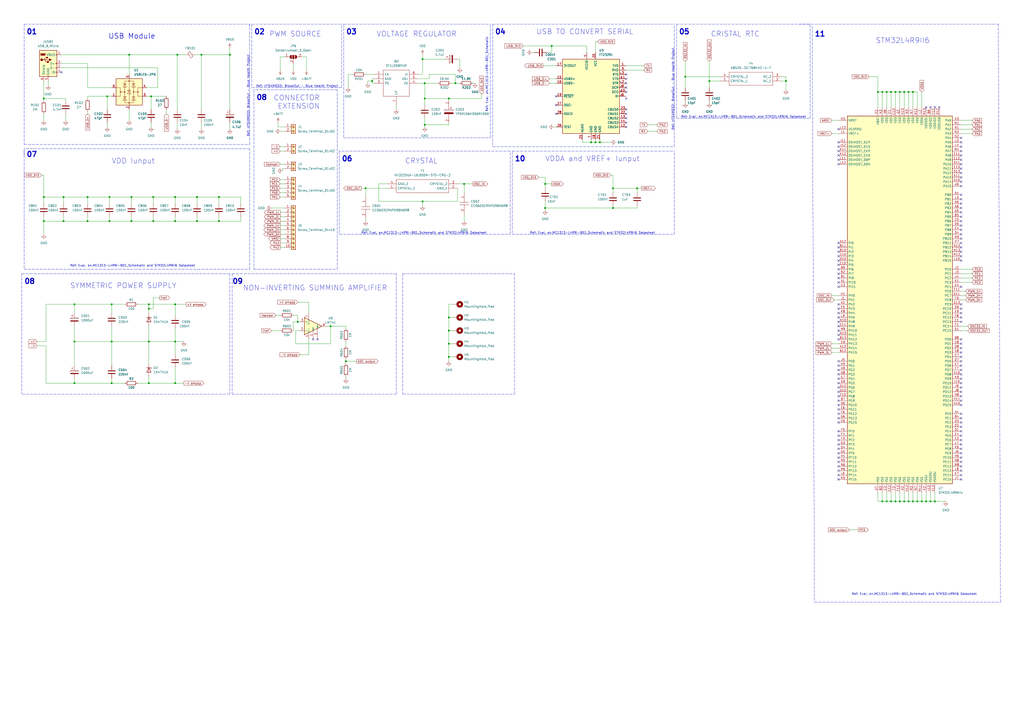
<source format=kicad_sch>
(kicad_sch (version 20211123) (generator eeschema)
  (paper "A2")
  (title_block (title "Single DAQ") (date "06/03/2023") (company "Blue Eyes System") (comment 3 "Reported: César Teixeira") (comment 4 "Author: Sheila Ribeiro de Souza"))
  (junction (at 86.36 176.53))
  (junction (at 62.23 55.88))
  (junction (at 245.11 34.29))
  (junction (at 542.29 290.83))
  (junction (at 63.5 128.27))
  (junction (at 127 114.3))
  (junction (at 519.43 53.34))
  (junction (at 86.36 179.07))
  (junction (at 43.18 176.53))
  (junction (at 101.6 128.27))
  (junction (at 36.83 128.27))
  (junction (at 514.35 290.83))
  (junction (at 529.59 290.83))
  (junction (at 127 128.27))
  (junction (at 64.77 176.53))
  (junction (at 246.38 72.39))
  (junction (at 86.36 198.12))
  (junction (at 74.93 31.75))
  (junction (at 116.84 31.75))
  (junction (at 245.11 116.84))
  (junction (at 86.36 222.25))
  (junction (at 524.51 53.34))
  (junction (at 355.6 120.65))
  (junction (at 25.4 57.15))
  (junction (at 511.81 53.34))
  (junction (at 215.9 46.99))
  (junction (at 36.83 114.3))
  (junction (at 455.93 46.99))
  (junction (at 509.27 53.34))
  (junction (at 347.98 82.55))
  (junction (at 516.89 290.83))
  (junction (at 511.81 290.83))
  (junction (at 264.16 48.26))
  (junction (at 43.18 222.25))
  (junction (at 76.2 114.3))
  (junction (at 532.13 290.83))
  (junction (at 260.35 207.01))
  (junction (at 534.67 290.83))
  (junction (at 25.4 114.3))
  (junction (at 260.35 199.39))
  (junction (at 369.57 109.22))
  (junction (at 527.05 53.34))
  (junction (at 260.35 191.77))
  (junction (at 191.77 189.23))
  (junction (at 63.5 114.3))
  (junction (at 101.6 176.53))
  (junction (at 355.6 109.22))
  (junction (at 64.77 222.25))
  (junction (at 260.35 184.15))
  (junction (at 246.38 57.15))
  (junction (at 320.04 26.67))
  (junction (at 200.66 209.55))
  (junction (at 342.9 82.55))
  (junction (at 114.3 128.27))
  (junction (at 50.8 128.27))
  (junction (at 529.59 53.34))
  (junction (at 316.23 106.68))
  (junction (at 521.97 290.83))
  (junction (at 269.24 106.68))
  (junction (at 516.89 53.34))
  (junction (at 25.4 128.27))
  (junction (at 133.35 31.75))
  (junction (at 397.51 44.45))
  (junction (at 43.18 198.12))
  (junction (at 88.9 114.3))
  (junction (at 114.3 114.3))
  (junction (at 527.05 290.83))
  (junction (at 260.35 57.15))
  (junction (at 316.23 120.65))
  (junction (at 102.87 31.75))
  (junction (at 212.09 109.22))
  (junction (at 101.6 222.25))
  (junction (at 87.63 55.88))
  (junction (at 521.97 53.34))
  (junction (at 537.21 290.83))
  (junction (at 524.51 290.83))
  (junction (at 514.35 53.34))
  (junction (at 172.72 186.69))
  (junction (at 101.6 198.12))
  (junction (at 50.8 114.3))
  (junction (at 345.44 82.55))
  (junction (at 519.43 290.83))
  (junction (at 246.38 48.26))
  (junction (at 88.9 128.27))
  (junction (at 76.2 128.27))
  (junction (at 539.75 290.83))
  (junction (at 64.77 198.12))
  (junction (at 411.48 46.99))
  (junction (at 101.6 114.3))
  (no_connect (at 184.15 196.85))
  (no_connect (at 486.41 262.89))
  (no_connect (at 486.41 234.95))
  (no_connect (at 486.41 85.09))
  (no_connect (at 322.58 55.88))
  (no_connect (at 363.22 66.04))
  (no_connect (at 557.53 262.89))
  (no_connect (at 486.41 229.87))
  (no_connect (at 557.53 207.01))
  (no_connect (at 486.41 242.57))
  (no_connect (at 557.53 123.19))
  (no_connect (at 486.41 189.23))
  (no_connect (at 557.53 120.65))
  (no_connect (at 557.53 151.13))
  (no_connect (at 557.53 250.19))
  (no_connect (at 557.53 115.57))
  (no_connect (at 486.41 270.51))
  (no_connect (at 486.41 232.41))
  (no_connect (at 486.41 245.11))
  (no_connect (at 486.41 153.67))
  (no_connect (at 486.41 191.77))
  (no_connect (at 363.22 71.12))
  (no_connect (at 557.53 90.17))
  (no_connect (at 557.53 133.35))
  (no_connect (at 486.41 90.17))
  (no_connect (at 486.41 219.71))
  (no_connect (at 486.41 143.51))
  (no_connect (at 486.41 275.59))
  (no_connect (at 486.41 260.35))
  (no_connect (at 557.53 140.97))
  (no_connect (at 557.53 278.13))
  (no_connect (at 557.53 100.33))
  (no_connect (at 557.53 273.05))
  (no_connect (at 557.53 217.17))
  (no_connect (at 539.75 62.23))
  (no_connect (at 486.41 227.33))
  (no_connect (at 557.53 87.63))
  (no_connect (at 486.41 151.13))
  (no_connect (at 486.41 181.61))
  (no_connect (at 363.22 48.26))
  (no_connect (at 486.41 273.05))
  (no_connect (at 557.53 107.95))
  (no_connect (at 486.41 240.03))
  (no_connect (at 557.53 125.73))
  (no_connect (at 557.53 138.43))
  (no_connect (at 557.53 95.25))
  (no_connect (at 537.21 62.23))
  (no_connect (at 557.53 275.59))
  (no_connect (at 486.41 184.15))
  (no_connect (at 486.41 252.73))
  (no_connect (at 486.41 194.31))
  (no_connect (at 542.29 62.23))
  (no_connect (at 557.53 224.79))
  (no_connect (at 486.41 87.63))
  (no_connect (at 557.53 240.03))
  (no_connect (at 486.41 179.07))
  (no_connect (at 486.41 267.97))
  (no_connect (at 557.53 92.71))
  (no_connect (at 486.41 161.29))
  (no_connect (at 557.53 245.11))
  (no_connect (at 557.53 186.69))
  (no_connect (at 557.53 146.05))
  (no_connect (at 557.53 222.25))
  (no_connect (at 363.22 68.58))
  (no_connect (at 486.41 176.53))
  (no_connect (at 181.61 196.85))
  (no_connect (at 557.53 135.89))
  (no_connect (at 486.41 158.75))
  (no_connect (at 486.41 214.63))
  (no_connect (at 557.53 128.27))
  (no_connect (at 486.41 250.19))
  (no_connect (at 557.53 179.07))
  (no_connect (at 486.41 212.09))
  (no_connect (at 322.58 66.04))
  (no_connect (at 557.53 232.41))
  (no_connect (at 486.41 166.37))
  (no_connect (at 486.41 148.59))
  (no_connect (at 557.53 204.47))
  (no_connect (at 322.58 60.96))
  (no_connect (at 557.53 214.63))
  (no_connect (at 557.53 252.73))
  (no_connect (at 486.41 140.97))
  (no_connect (at 486.41 237.49))
  (no_connect (at 557.53 196.85))
  (no_connect (at 557.53 255.27))
  (no_connect (at 486.41 92.71))
  (no_connect (at 486.41 255.27))
  (no_connect (at 557.53 148.59))
  (no_connect (at 557.53 184.15))
  (no_connect (at 557.53 181.61))
  (no_connect (at 486.41 196.85))
  (no_connect (at 557.53 97.79))
  (no_connect (at 557.53 234.95))
  (no_connect (at 486.41 257.81))
  (no_connect (at 557.53 219.71))
  (no_connect (at 544.83 62.23))
  (no_connect (at 557.53 242.57))
  (no_connect (at 363.22 53.34))
  (no_connect (at 486.41 95.25))
  (no_connect (at 557.53 257.81))
  (no_connect (at 557.53 105.41))
  (no_connect (at 486.41 156.21))
  (no_connect (at 557.53 80.01))
  (no_connect (at 557.53 102.87))
  (no_connect (at 486.41 265.43))
  (no_connect (at 363.22 43.18))
  (no_connect (at 557.53 267.97))
  (no_connect (at 486.41 186.69))
  (no_connect (at 486.41 146.05))
  (no_connect (at 557.53 85.09))
  (no_connect (at 557.53 118.11))
  (no_connect (at 557.53 113.03))
  (no_connect (at 363.22 63.5))
  (no_connect (at 557.53 270.51))
  (no_connect (at 557.53 212.09))
  (no_connect (at 557.53 260.35))
  (no_connect (at 363.22 57.15))
  (no_connect (at 557.53 199.39))
  (no_connect (at 35.56 41.91))
  (no_connect (at 363.22 45.72))
  (no_connect (at 557.53 166.37))
  (no_connect (at 486.41 224.79))
  (no_connect (at 557.53 143.51))
  (no_connect (at 557.53 227.33))
  (no_connect (at 557.53 247.65))
  (no_connect (at 486.41 74.93))
  (no_connect (at 557.53 265.43))
  (no_connect (at 486.41 163.83))
  (no_connect (at 557.53 229.87))
  (no_connect (at 557.53 130.81))
  (no_connect (at 557.53 201.93))
  (no_connect (at 486.41 278.13))
  (no_connect (at 486.41 209.55))
  (no_connect (at 486.41 82.55))
  (no_connect (at 486.41 217.17))
  (no_connect (at 363.22 50.8))
  (no_connect (at 557.53 209.55))
  (no_connect (at 363.22 73.66))
  (no_connect (at 557.53 82.55))
  (no_connect (at 557.53 176.53))
  (no_connect (at 486.41 222.25))
  (wire (pts (xy 96.52 63.5) (xy 96.52 66.04)))
  (wire (pts (xy 519.43 285.75) (xy 519.43 290.83)))
  (wire (pts (xy 534.67 290.83) (xy 537.21 290.83)))
  (wire (pts (xy 219.71 106.68) (xy 219.71 116.84)))
  (wire (pts (xy 50.8 55.88) (xy 62.23 55.88)))
  (wire (pts (xy 27.94 46.99) (xy 27.94 49.53)))
  (wire (pts (xy 342.9 81.28) (xy 342.9 82.55)))
  (wire (pts (xy 537.21 285.75) (xy 537.21 290.83)))
  (wire (pts (xy 116.84 31.75) (xy 133.35 31.75)))
  (polyline (pts (xy 233.68 228.6) (xy 298.45 228.6)))
  (wire (pts (xy 411.48 46.99) (xy 417.83 46.99)))
  (wire (pts (xy 537.21 290.83) (xy 539.75 290.83)))
  (wire (pts (xy 317.5 30.48) (xy 320.04 30.48)))
  (wire (pts (xy 139.7 125.73) (xy 139.7 128.27)))
  (wire (pts (xy 514.35 53.34) (xy 511.81 53.34)))
  (wire (pts (xy 165.1 104.14) (xy 162.56 104.14)))
  (wire (pts (xy 162.56 143.51) (xy 165.1 143.51)))
  (wire (pts (xy 36.83 128.27) (xy 25.4 128.27)))
  (wire (pts (xy 165.1 33.02) (xy 162.56 33.02)))
  (wire (pts (xy 248.92 45.72) (xy 248.92 43.18)))
  (wire (pts (xy 86.36 189.23) (xy 86.36 198.12)))
  (wire (pts (xy 21.59 200.66) (xy 26.67 200.66)))
  (wire (pts (xy 162.56 123.19) (xy 165.1 123.19)))
  (wire (pts (xy 265.43 116.84) (xy 245.11 116.84)))
  (polyline (pts (xy 146.05 13.97) (xy 146.05 50.8)))
  (wire (pts (xy 557.53 171.45) (xy 560.07 171.45)))
  (wire (pts (xy 177.8 33.02) (xy 175.26 33.02)))
  (wire (pts (xy 179.07 175.26) (xy 179.07 181.61)))
  (wire (pts (xy 173.99 191.77) (xy 171.45 191.77)))
  (wire (pts (xy 532.13 62.23) (xy 532.13 53.34)))
  (polyline (pts (xy 13.97 13.97) (xy 13.97 83.82)))
  (wire (pts (xy 177.8 40.64) (xy 177.8 33.02)))
  (wire (pts (xy 212.09 127) (xy 212.09 128.27)))
  (wire (pts (xy 269.24 106.68) (xy 274.32 106.68)))
  (wire (pts (xy 397.51 44.45) (xy 417.83 44.45)))
  (wire (pts (xy 316.23 116.84) (xy 316.23 120.65)))
  (polyline (pts (xy 13.97 87.63) (xy 13.97 156.21)))
  (wire (pts (xy 514.35 53.34) (xy 514.35 62.23)))
  (polyline (pts (xy 12.7 158.75) (xy 133.35 158.75)))
  (wire (pts (xy 482.6 171.45) (xy 486.41 171.45)))
  (wire (pts (xy 509.27 285.75) (xy 509.27 290.83)))
  (wire (pts (xy 260.35 199.39) (xy 260.35 207.01)))
  (wire (pts (xy 76.2 128.27) (xy 63.5 128.27)))
  (wire (pts (xy 76.2 114.3) (xy 76.2 118.11)))
  (wire (pts (xy 516.89 53.34) (xy 514.35 53.34)))
  (wire (pts (xy 345.44 81.28) (xy 345.44 82.55)))
  (wire (pts (xy 266.7 39.37) (xy 266.7 34.29)))
  (wire (pts (xy 347.98 82.55) (xy 354.33 82.55)))
  (wire (pts (xy 482.6 69.85) (xy 486.41 69.85)))
  (wire (pts (xy 172.72 175.26) (xy 179.07 175.26)))
  (polyline (pts (xy 144.78 83.82) (xy 144.78 13.97)))
  (wire (pts (xy 200.66 208.28) (xy 200.66 209.55)))
  (wire (pts (xy 246.38 48.26) (xy 246.38 57.15)))
  (wire (pts (xy 321.31 73.66) (xy 322.58 73.66)))
  (wire (pts (xy 397.51 44.45) (xy 397.51 50.8)))
  (wire (pts (xy 36.83 114.3) (xy 25.4 114.3)))
  (wire (pts (xy 213.36 48.26) (xy 213.36 46.99)))
  (wire (pts (xy 260.35 72.39) (xy 246.38 72.39)))
  (polyline (pts (xy 12.7 158.75) (xy 12.7 228.6)))
  (wire (pts (xy 509.27 290.83) (xy 511.81 290.83)))
  (wire (pts (xy 521.97 53.34) (xy 524.51 53.34)))
  (wire (pts (xy 26.67 176.53) (xy 43.18 176.53)))
  (polyline (pts (xy 146.05 50.8) (xy 198.12 50.8)))
  (wire (pts (xy 139.7 114.3) (xy 127 114.3)))
  (wire (pts (xy 127 118.11) (xy 127 114.3)))
  (wire (pts (xy 101.6 213.36) (xy 101.6 222.25)))
  (wire (pts (xy 279.4 54.61) (xy 279.4 57.15)))
  (wire (pts (xy 170.18 182.88) (xy 172.72 182.88)))
  (polyline (pts (xy 297.18 87.63) (xy 297.18 135.89)))
  (wire (pts (xy 209.55 109.22) (xy 212.09 109.22)))
  (wire (pts (xy 260.35 207.01) (xy 262.89 207.01)))
  (wire (pts (xy 245.11 34.29) (xy 257.81 34.29)))
  (wire (pts (xy 264.16 48.26) (xy 266.7 48.26)))
  (wire (pts (xy 337.82 81.28) (xy 337.82 82.55)))
  (polyline (pts (xy 580.39 349.25) (xy 579.12 13.97)))
  (wire (pts (xy 76.2 114.3) (xy 63.5 114.3)))
  (wire (pts (xy 527.05 285.75) (xy 527.05 290.83)))
  (wire (pts (xy 86.36 179.07) (xy 86.36 181.61)))
  (wire (pts (xy 36.83 114.3) (xy 36.83 118.11)))
  (wire (pts (xy 101.6 190.5) (xy 101.6 198.12)))
  (wire (pts (xy 133.35 63.5) (xy 133.35 31.75)))
  (wire (pts (xy 529.59 53.34) (xy 529.59 62.23)))
  (wire (pts (xy 266.7 34.29) (xy 265.43 34.29)))
  (wire (pts (xy 411.48 35.56) (xy 411.48 46.99)))
  (wire (pts (xy 557.53 158.75) (xy 563.88 158.75)))
  (wire (pts (xy 26.67 198.12) (xy 26.67 176.53)))
  (wire (pts (xy 127 125.73) (xy 127 128.27)))
  (wire (pts (xy 62.23 55.88) (xy 62.23 63.5)))
  (wire (pts (xy 260.35 191.77) (xy 262.89 191.77)))
  (wire (pts (xy 127 114.3) (xy 114.3 114.3)))
  (wire (pts (xy 191.77 199.39) (xy 191.77 189.23)))
  (polyline (pts (xy 196.85 135.89) (xy 295.91 135.89)))
  (wire (pts (xy 411.48 46.99) (xy 411.48 50.8)))
  (polyline (pts (xy 144.78 86.36) (xy 13.97 86.36)))
  (wire (pts (xy 557.53 77.47) (xy 563.88 77.47)))
  (wire (pts (xy 35.56 36.83) (xy 50.8 36.83)))
  (wire (pts (xy 511.81 53.34) (xy 511.81 62.23)))
  (wire (pts (xy 509.27 62.23) (xy 509.27 53.34)))
  (wire (pts (xy 86.36 198.12) (xy 101.6 198.12)))
  (polyline (pts (xy 133.35 228.6) (xy 12.7 228.6)))
  (wire (pts (xy 355.6 111.76) (xy 355.6 109.22)))
  (wire (pts (xy 355.6 109.22) (xy 369.57 109.22)))
  (wire (pts (xy 35.56 31.75) (xy 74.93 31.75)))
  (wire (pts (xy 157.48 191.77) (xy 162.56 191.77)))
  (wire (pts (xy 101.6 198.12) (xy 106.68 198.12)))
  (wire (pts (xy 50.8 128.27) (xy 36.83 128.27)))
  (wire (pts (xy 527.05 290.83) (xy 529.59 290.83)))
  (wire (pts (xy 516.89 53.34) (xy 516.89 62.23)))
  (wire (pts (xy 492.76 307.34) (xy 497.84 307.34)))
  (wire (pts (xy 116.84 71.12) (xy 116.84 74.93)))
  (wire (pts (xy 557.53 189.23) (xy 561.34 189.23)))
  (polyline (pts (xy 133.35 158.75) (xy 133.35 228.6)))
  (wire (pts (xy 557.53 163.83) (xy 563.88 163.83)))
  (wire (pts (xy 163.83 97.79) (xy 165.1 97.79)))
  (wire (pts (xy 101.6 114.3) (xy 88.9 114.3)))
  (wire (pts (xy 43.18 198.12) (xy 64.77 198.12)))
  (wire (pts (xy 162.56 135.89) (xy 165.1 135.89)))
  (wire (pts (xy 229.87 63.5) (xy 229.87 60.96)))
  (wire (pts (xy 245.11 116.84) (xy 245.11 119.38)))
  (polyline (pts (xy 285.75 13.97) (xy 285.75 85.09)))
  (wire (pts (xy 265.43 109.22) (xy 265.43 116.84)))
  (wire (pts (xy 87.63 55.88) (xy 96.52 55.88)))
  (wire (pts (xy 200.66 218.44) (xy 200.66 219.71)))
  (polyline (pts (xy 147.32 54.61) (xy 147.32 156.21)))
  (wire (pts (xy 303.53 26.67) (xy 320.04 26.67)))
  (wire (pts (xy 557.53 161.29) (xy 563.88 161.29)))
  (wire (pts (xy 521.97 62.23) (xy 521.97 53.34)))
  (wire (pts (xy 521.97 290.83) (xy 524.51 290.83)))
  (polyline (pts (xy 144.78 156.21) (xy 144.78 86.36)))
  (wire (pts (xy 74.93 31.75) (xy 74.93 43.18)))
  (wire (pts (xy 309.88 30.48) (xy 308.61 30.48)))
  (wire (pts (xy 162.56 140.97) (xy 165.1 140.97)))
  (wire (pts (xy 163.83 97.79) (xy 163.83 99.06)))
  (wire (pts (xy 162.56 133.35) (xy 165.1 133.35)))
  (wire (pts (xy 219.71 106.68) (xy 224.79 106.68)))
  (wire (pts (xy 86.36 176.53) (xy 86.36 179.07)))
  (wire (pts (xy 524.51 53.34) (xy 524.51 62.23)))
  (wire (pts (xy 316.23 106.68) (xy 320.04 106.68)))
  (wire (pts (xy 482.6 77.47) (xy 486.41 77.47)))
  (wire (pts (xy 265.43 106.68) (xy 269.24 106.68)))
  (wire (pts (xy 162.56 125.73) (xy 165.1 125.73)))
  (polyline (pts (xy 147.32 52.07) (xy 147.32 54.61)))
  (wire (pts (xy 62.23 55.88) (xy 64.77 55.88)))
  (wire (pts (xy 274.32 48.26) (xy 275.59 48.26)))
  (wire (pts (xy 514.35 285.75) (xy 514.35 290.83)))
  (wire (pts (xy 88.9 114.3) (xy 88.9 118.11)))
  (wire (pts (xy 246.38 57.15) (xy 260.35 57.15)))
  (wire (pts (xy 157.48 120.65) (xy 165.1 120.65)))
  (wire (pts (xy 242.57 43.18) (xy 245.11 43.18)))
  (wire (pts (xy 64.77 222.25) (xy 64.77 219.71)))
  (wire (pts (xy 539.75 290.83) (xy 542.29 290.83)))
  (wire (pts (xy 25.4 114.3) (xy 25.4 118.11)))
  (wire (pts (xy 50.8 36.83) (xy 50.8 50.8)))
  (wire (pts (xy 80.01 176.53) (xy 86.36 176.53)))
  (polyline (pts (xy 285.75 85.09) (xy 391.16 85.09)))
  (wire (pts (xy 213.36 46.99) (xy 215.9 46.99)))
  (wire (pts (xy 215.9 48.26) (xy 215.9 46.99)))
  (wire (pts (xy 316.23 120.65) (xy 316.23 121.92)))
  (wire (pts (xy 74.93 31.75) (xy 102.87 31.75)))
  (wire (pts (xy 162.56 138.43) (xy 165.1 138.43)))
  (wire (pts (xy 397.51 58.42) (xy 397.51 59.69)))
  (wire (pts (xy 161.29 73.66) (xy 165.1 73.66)))
  (wire (pts (xy 509.27 53.34) (xy 511.81 53.34)))
  (wire (pts (xy 50.8 114.3) (xy 50.8 118.11)))
  (polyline (pts (xy 199.39 13.97) (xy 199.39 80.01)))
  (wire (pts (xy 316.23 106.68) (xy 316.23 109.22)))
  (wire (pts (xy 483.87 173.99) (xy 486.41 173.99)))
  (wire (pts (xy 101.6 114.3) (xy 101.6 118.11)))
  (wire (pts (xy 88.9 179.07) (xy 86.36 179.07)))
  (wire (pts (xy 355.6 120.65) (xy 369.57 120.65)))
  (polyline (pts (xy 134.62 158.75) (xy 229.87 158.75)))
  (wire (pts (xy 92.71 172.72) (xy 88.9 172.72)))
  (wire (pts (xy 161.29 73.66) (xy 161.29 71.12)))
  (wire (pts (xy 318.77 45.72) (xy 322.58 45.72)))
  (wire (pts (xy 212.09 43.18) (xy 217.17 43.18)))
  (polyline (pts (xy 392.43 68.58) (xy 469.9 68.58)))
  (wire (pts (xy 25.4 125.73) (xy 25.4 128.27)))
  (wire (pts (xy 529.59 285.75) (xy 529.59 290.83)))
  (wire (pts (xy 519.43 290.83) (xy 521.97 290.83)))
  (wire (pts (xy 524.51 290.83) (xy 527.05 290.83)))
  (wire (pts (xy 557.53 191.77) (xy 561.34 191.77)))
  (wire (pts (xy 345.44 30.48) (xy 345.44 24.13)))
  (polyline (pts (xy 144.78 13.97) (xy 144.78 15.24)))
  (polyline (pts (xy 391.16 85.09) (xy 391.16 13.97)))
  (wire (pts (xy 86.36 218.44) (xy 86.36 222.25)))
  (wire (pts (xy 43.18 176.53) (xy 64.77 176.53)))
  (wire (pts (xy 262.89 176.53) (xy 260.35 176.53)))
  (wire (pts (xy 340.36 26.67) (xy 320.04 26.67)))
  (wire (pts (xy 64.77 176.53) (xy 72.39 176.53)))
  (wire (pts (xy 524.51 285.75) (xy 524.51 290.83)))
  (wire (pts (xy 162.56 95.25) (xy 165.1 95.25)))
  (wire (pts (xy 260.35 184.15) (xy 260.35 191.77)))
  (wire (pts (xy 91.44 39.37) (xy 91.44 50.8)))
  (wire (pts (xy 320.04 26.67) (xy 320.04 30.48)))
  (wire (pts (xy 87.63 55.88) (xy 87.63 63.5)))
  (wire (pts (xy 264.16 43.18) (xy 264.16 48.26)))
  (wire (pts (xy 514.35 290.83) (xy 516.89 290.83)))
  (wire (pts (xy 72.39 222.25) (xy 64.77 222.25)))
  (wire (pts (xy 269.24 124.46) (xy 269.24 128.27)))
  (wire (pts (xy 532.13 285.75) (xy 532.13 290.83)))
  (wire (pts (xy 38.1 57.15) (xy 25.4 57.15)))
  (wire (pts (xy 114.3 128.27) (xy 101.6 128.27)))
  (wire (pts (xy 521.97 285.75) (xy 521.97 290.83)))
  (wire (pts (xy 557.53 168.91) (xy 560.07 168.91)))
  (wire (pts (xy 102.87 71.12) (xy 102.87 74.93)))
  (wire (pts (xy 24.13 101.6) (xy 25.4 101.6)))
  (wire (pts (xy 482.6 199.39) (xy 486.41 199.39)))
  (wire (pts (xy 64.77 189.23) (xy 64.77 198.12)))
  (wire (pts (xy 114.3 114.3) (xy 101.6 114.3)))
  (wire (pts (xy 102.87 31.75) (xy 107.95 31.75)))
  (wire (pts (xy 260.35 184.15) (xy 262.89 184.15)))
  (wire (pts (xy 453.39 46.99) (xy 455.93 46.99)))
  (wire (pts (xy 509.27 44.45) (xy 509.27 53.34)))
  (wire (pts (xy 200.66 190.5) (xy 200.66 189.23)))
  (wire (pts (xy 201.93 43.18) (xy 204.47 43.18)))
  (wire (pts (xy 127 128.27) (xy 114.3 128.27)))
  (wire (pts (xy 25.4 66.04) (xy 25.4 69.85)))
  (wire (pts (xy 63.5 128.27) (xy 50.8 128.27)))
  (wire (pts (xy 534.67 285.75) (xy 534.67 290.83)))
  (wire (pts (xy 200.66 209.55) (xy 207.01 209.55)))
  (polyline (pts (xy 146.05 13.97) (xy 198.12 13.97)))
  (wire (pts (xy 504.19 44.45) (xy 509.27 44.45)))
  (wire (pts (xy 21.59 198.12) (xy 26.67 198.12)))
  (polyline (pts (xy 147.32 156.21) (xy 195.58 156.21)))
  (wire (pts (xy 160.02 182.88) (xy 162.56 182.88)))
  (wire (pts (xy 162.56 85.09) (xy 165.1 85.09)))
  (polyline (pts (xy 469.9 68.58) (xy 469.9 13.97)))
  (wire (pts (xy 455.93 44.45) (xy 455.93 46.99)))
  (wire (pts (xy 170.18 186.69) (xy 172.72 186.69)))
  (wire (pts (xy 219.71 116.84) (xy 245.11 116.84)))
  (wire (pts (xy 314.96 38.1) (xy 322.58 38.1)))
  (wire (pts (xy 63.5 114.3) (xy 63.5 118.11)))
  (wire (pts (xy 318.77 48.26) (xy 322.58 48.26)))
  (wire (pts (xy 342.9 82.55) (xy 345.44 82.55)))
  (wire (pts (xy 200.66 189.23) (xy 191.77 189.23)))
  (wire (pts (xy 534.67 53.34) (xy 534.67 62.23)))
  (wire (pts (xy 519.43 53.34) (xy 521.97 53.34)))
  (wire (pts (xy 482.6 204.47) (xy 486.41 204.47)))
  (wire (pts (xy 411.48 58.42) (xy 411.48 59.69)))
  (wire (pts (xy 260.35 207.01) (xy 260.35 209.55)))
  (polyline (pts (xy 195.58 52.07) (xy 147.32 52.07)))
  (polyline (pts (xy 391.16 135.89) (xy 391.16 87.63)))
  (wire (pts (xy 114.3 125.73) (xy 114.3 128.27)))
  (wire (pts (xy 25.4 57.15) (xy 25.4 58.42)))
  (wire (pts (xy 173.99 205.74) (xy 179.07 205.74)))
  (wire (pts (xy 397.51 35.56) (xy 397.51 44.45)))
  (wire (pts (xy 85.09 55.88) (xy 87.63 55.88)))
  (polyline (pts (xy 392.43 13.97) (xy 469.9 13.97)))
  (wire (pts (xy 524.51 53.34) (xy 527.05 53.34)))
  (wire (pts (xy 50.8 50.8) (xy 64.77 50.8)))
  (polyline (pts (xy 13.97 83.82) (xy 144.78 83.82)))
  (wire (pts (xy 101.6 128.27) (xy 88.9 128.27)))
  (wire (pts (xy 139.7 128.27) (xy 127 128.27)))
  (wire (pts (xy 38.1 66.04) (xy 38.1 69.85)))
  (wire (pts (xy 215.9 45.72) (xy 217.17 45.72)))
  (wire (pts (xy 162.56 33.02) (xy 162.56 40.64)))
  (wire (pts (xy 511.81 285.75) (xy 511.81 290.83)))
  (wire (pts (xy 43.18 219.71) (xy 43.18 222.25)))
  (wire (pts (xy 245.11 34.29) (xy 245.11 43.18)))
  (wire (pts (xy 516.89 285.75) (xy 516.89 290.83)))
  (wire (pts (xy 519.43 53.34) (xy 519.43 62.23)))
  (wire (pts (xy 50.8 114.3) (xy 36.83 114.3)))
  (wire (pts (xy 455.93 46.99) (xy 455.93 52.07)))
  (wire (pts (xy 248.92 43.18) (xy 264.16 43.18)))
  (wire (pts (xy 355.6 101.6) (xy 355.6 109.22)))
  (wire (pts (xy 50.8 125.73) (xy 50.8 128.27)))
  (polyline (pts (xy 195.58 156.21) (xy 195.58 52.07)))
  (wire (pts (xy 316.23 102.87) (xy 316.23 106.68)))
  (polyline (pts (xy 134.62 158.75) (xy 134.62 228.6)))
  (wire (pts (xy 88.9 125.73) (xy 88.9 128.27)))
  (wire (pts (xy 527.05 53.34) (xy 527.05 62.23)))
  (polyline (pts (xy 297.18 135.89) (xy 391.16 135.89)))
  (wire (pts (xy 212.09 109.22) (xy 212.09 114.3)))
  (wire (pts (xy 369.57 109.22) (xy 369.57 111.76)))
  (wire (pts (xy 170.18 36.83) (xy 170.18 40.64)))
  (polyline (pts (xy 13.97 86.36) (xy 13.97 90.17)))
  (wire (pts (xy 542.29 285.75) (xy 542.29 290.83)))
  (wire (pts (xy 340.36 30.48) (xy 340.36 26.67)))
  (wire (pts (xy 337.82 82.55) (xy 342.9 82.55)))
  (wire (pts (xy 50.8 64.77) (xy 50.8 66.04)))
  (wire (pts (xy 101.6 222.25) (xy 106.68 222.25)))
  (polyline (pts (xy 392.43 13.97) (xy 392.43 68.58)))
  (wire (pts (xy 516.89 290.83) (xy 519.43 290.83)))
  (wire (pts (xy 260.35 199.39) (xy 262.89 199.39)))
  (wire (pts (xy 261.62 48.26) (xy 264.16 48.26)))
  (polyline (pts (xy 463.55 13.97) (xy 579.12 13.97)))
  (wire (pts (xy 260.35 57.15) (xy 279.4 57.15)))
  (wire (pts (xy 88.9 128.27) (xy 76.2 128.27)))
  (polyline (pts (xy 472.44 349.25) (xy 580.39 349.25)))
  (wire (pts (xy 527.05 53.34) (xy 529.59 53.34)))
  (wire (pts (xy 36.83 125.73) (xy 36.83 128.27)))
  (wire (pts (xy 212.09 109.22) (xy 224.79 109.22)))
  (wire (pts (xy 162.56 128.27) (xy 165.1 128.27)))
  (wire (pts (xy 74.93 63.5) (xy 74.93 69.85)))
  (wire (pts (xy 102.87 31.75) (xy 102.87 63.5)))
  (wire (pts (xy 88.9 114.3) (xy 76.2 114.3)))
  (polyline (pts (xy 13.97 13.97) (xy 144.78 13.97)))
  (wire (pts (xy 165.1 111.76) (xy 162.56 111.76)))
  (wire (pts (xy 116.84 31.75) (xy 116.84 63.5)))
  (wire (pts (xy 557.53 72.39) (xy 563.88 72.39)))
  (wire (pts (xy 200.66 198.12) (xy 200.66 200.66)))
  (wire (pts (xy 43.18 181.61) (xy 43.18 176.53)))
  (polyline (pts (xy 13.97 156.21) (xy 144.78 156.21)))
  (polyline (pts (xy 198.12 50.8) (xy 198.12 13.97)))
  (wire (pts (xy 345.44 24.13) (xy 346.71 24.13)))
  (wire (pts (xy 453.39 44.45) (xy 455.93 44.45)))
  (wire (pts (xy 25.4 128.27) (xy 25.4 135.89)))
  (wire (pts (xy 201.93 43.18) (xy 201.93 50.8)))
  (wire (pts (xy 242.57 45.72) (xy 248.92 45.72)))
  (wire (pts (xy 101.6 222.25) (xy 86.36 222.25)))
  (wire (pts (xy 557.53 69.85) (xy 563.88 69.85)))
  (wire (pts (xy 542.29 290.83) (xy 548.64 290.83)))
  (wire (pts (xy 260.35 176.53) (xy 260.35 184.15)))
  (polyline (pts (xy 285.75 13.97) (xy 391.16 13.97)))
  (wire (pts (xy 200.66 209.55) (xy 200.66 210.82)))
  (wire (pts (xy 76.2 125.73) (xy 76.2 128.27)))
  (wire (pts (xy 363.22 38.1) (xy 373.38 38.1)))
  (wire (pts (xy 86.36 198.12) (xy 86.36 210.82)))
  (wire (pts (xy 88.9 172.72) (xy 88.9 179.07)))
  (wire (pts (xy 86.36 176.53) (xy 101.6 176.53)))
  (wire (pts (xy 171.45 199.39) (xy 191.77 199.39)))
  (wire (pts (xy 355.6 119.38) (xy 355.6 120.65)))
  (polyline (pts (xy 295.91 135.89) (xy 295.91 87.63)))
  (wire (pts (xy 35.56 39.37) (xy 91.44 39.37)))
  (wire (pts (xy 363.22 40.64) (xy 373.38 40.64)))
  (wire (pts (xy 50.8 57.15) (xy 50.8 55.88)))
  (wire (pts (xy 246.38 48.26) (xy 254 48.26)))
  (wire (pts (xy 25.4 46.99) (xy 25.4 57.15)))
  (polyline (pts (xy 284.48 80.01) (xy 284.48 13.97)))
  (wire (pts (xy 375.92 72.39) (xy 381 72.39)))
  (wire (pts (xy 64.77 176.53) (xy 64.77 181.61)))
  (polyline (pts (xy 295.91 87.63) (xy 196.85 87.63)))
  (polyline (pts (xy 233.68 158.75) (xy 233.68 228.6)))
  (wire (pts (xy 91.44 50.8) (xy 85.09 50.8)))
  (wire (pts (xy 162.56 87.63) (xy 165.1 87.63)))
  (wire (pts (xy 260.35 71.12) (xy 260.35 72.39)))
  (wire (pts (xy 162.56 76.2) (xy 165.1 76.2)))
  (polyline (pts (xy 199.39 80.01) (xy 284.48 80.01)))
  (wire (pts (xy 179.07 205.74) (xy 179.07 196.85)))
  (wire (pts (xy 482.6 201.93) (xy 486.41 201.93)))
  (wire (pts (xy 63.5 114.3) (xy 50.8 114.3)))
  (wire (pts (xy 101.6 176.53) (xy 107.95 176.53)))
  (wire (pts (xy 375.92 76.2) (xy 381 76.2)))
  (wire (pts (xy 215.9 48.26) (xy 217.17 48.26)))
  (wire (pts (xy 133.35 27.94) (xy 133.35 31.75)))
  (wire (pts (xy 557.53 173.99) (xy 560.07 173.99)))
  (wire (pts (xy 355.6 101.6) (xy 354.33 101.6)))
  (wire (pts (xy 162.56 130.81) (xy 165.1 130.81)))
  (wire (pts (xy 43.18 198.12) (xy 43.18 212.09)))
  (wire (pts (xy 347.98 82.55) (xy 347.98 81.28)))
  (wire (pts (xy 539.75 285.75) (xy 539.75 290.83)))
  (wire (pts (xy 529.59 53.34) (xy 532.13 53.34)))
  (wire (pts (xy 139.7 118.11) (xy 139.7 114.3)))
  (wire (pts (xy 269.24 106.68) (xy 269.24 111.76)))
  (wire (pts (xy 101.6 198.12) (xy 101.6 205.74)))
  (wire (pts (xy 557.53 74.93) (xy 563.88 74.93)))
  (wire (pts (xy 242.57 48.26) (xy 246.38 48.26)))
  (polyline (pts (xy 233.68 158.75) (xy 298.45 158.75)))
  (polyline (pts (xy 297.18 87.63) (xy 391.16 87.63)))
  (wire (pts (xy 246.38 57.15) (xy 246.38 60.96)))
  (wire (pts (xy 86.36 222.25) (xy 80.01 222.25)))
  (wire (pts (xy 63.5 125.73) (xy 63.5 128.27)))
  (wire (pts (xy 529.59 290.83) (xy 532.13 290.83)))
  (wire (pts (xy 172.72 186.69) (xy 173.99 186.69)))
  (wire (pts (xy 246.38 68.58) (xy 246.38 72.39)))
  (wire (pts (xy 170.18 191.77) (xy 170.18 186.69)))
  (wire (pts (xy 557.53 156.21) (xy 563.88 156.21)))
  (wire (pts (xy 113.03 31.75) (xy 116.84 31.75)))
  (wire (pts (xy 246.38 72.39) (xy 246.38 73.66)))
  (polyline (pts (xy 196.85 87.63) (xy 196.85 135.89)))
  (wire (pts (xy 26.67 222.25) (xy 43.18 222.25)))
  (wire (pts (xy 369.57 119.38) (xy 369.57 120.65)))
  (wire (pts (xy 133.35 71.12) (xy 133.35 74.93)))
  (wire (pts (xy 101.6 176.53) (xy 101.6 182.88)))
  (wire (pts (xy 215.9 46.99) (xy 215.9 45.72)))
  (wire (pts (xy 345.44 82.55) (xy 347.98 82.55)))
  (wire (pts (xy 43.18 189.23) (xy 43.18 198.12)))
  (wire (pts (xy 316.23 120.65) (xy 355.6 120.65)))
  (wire (pts (xy 172.72 182.88) (xy 172.72 186.69)))
  (wire (pts (xy 165.1 106.68) (xy 162.56 106.68)))
  (wire (pts (xy 519.43 53.34) (xy 516.89 53.34)))
  (polyline (pts (xy 298.45 228.6) (xy 298.45 158.75)))
  (wire (pts (xy 114.3 114.3) (xy 114.3 118.11)))
  (wire (pts (xy 43.18 222.25) (xy 64.77 222.25)))
  (wire (pts (xy 532.13 290.83) (xy 534.67 290.83)))
  (wire (pts (xy 511.81 290.83) (xy 514.35 290.83)))
  (wire (pts (xy 62.23 71.12) (xy 62.23 73.66)))
  (wire (pts (xy 312.42 102.87) (xy 316.23 102.87)))
  (polyline (pts (xy 134.62 228.6) (xy 229.87 228.6)))
  (polyline (pts (xy 471.17 15.24) (xy 472.44 349.25)))
  (wire (pts (xy 260.35 191.77) (xy 260.35 199.39)))
  (wire (pts (xy 26.67 200.66) (xy 26.67 222.25)))
  (wire (pts (xy 38.1 58.42) (xy 38.1 57.15)))
  (wire (pts (xy 171.45 191.77) (xy 171.45 199.39)))
  (wire (pts (xy 191.77 189.23) (xy 189.23 189.23)))
  (polyline (pts (xy 229.87 228.6) (xy 229.87 158.75)))
  (wire (pts (xy 369.57 109.22) (xy 372.11 109.22)))
  (wire (pts (xy 64.77 198.12) (xy 64.77 212.09)))
  (wire (pts (xy 25.4 101.6) (xy 25.4 114.3)))
  (wire (pts (xy 165.1 114.3) (xy 162.56 114.3)))
  (polyline (pts (xy 199.39 13.97) (xy 284.48 13.97)))
  (wire (pts (xy 165.1 109.22) (xy 162.56 109.22)))
  (wire (pts (xy 260.35 58.42) (xy 260.35 57.15)))
  (wire (pts (xy 245.11 34.29) (xy 245.11 31.75)))
  (wire (pts (xy 101.6 125.73) (xy 101.6 128.27)))
  (wire (pts (xy 64.77 198.12) (xy 86.36 198.12)))
  (wire (pts (xy 87.63 71.12) (xy 87.63 73.66)))
  (text "Ref: Eval, en.MC1313-L4R9I-B01_Schematic and STM32L4R9II6 Datasheet" (at 494.03 345.44 0) (effects (font (size 1.27 1.27)) (justify left bottom)))
  (text "USB TO CONVERT SERIAL" (at 311.15 20.32 0) (effects (font (size 3 3)) (justify left bottom)))
  (text "STM32L4R9II6" (at 508 25.4 0) (effects (font (size 3 3)) (justify left bottom)))
  (text "Ref: Eval, en.MC1313-L4R9I-B01_Schematic and STM32L4R9II6 Datasheet" (at 209.55 135.89 0) (effects (font (size 1.27 1.27)) (justify left bottom)))
  (text "09" (at 134.62 165.1 0) (effects (font (size 3 3) bold) (justify left bottom)))
  (text "Ref: Eval, en.MC1313-L4R9I-B01_Schematic and STM32L4R9II6 Datasheet" (at 394.97 68.58 0) (effects (font (size 1.27 1.27)) (justify left bottom)))
  (text "VDDA and VREF+ Iunput " (at 316.23 93.98 0) (effects (font (size 3 3)) (justify left bottom)))
  (text "08" (at 13.97 165.1 0) (effects (font (size 3 3) bold) (justify left bottom)))
  (text "PWM SOURCE" (at 156.21 21.59 0) (effects (font (size 3 3)) (justify left bottom)))
  (text "CRISTAL RTC" (at 440.69 21.59 180) (effects (font (size 3 3)) (justify right bottom)))
  (text "05" (at 393.7 20.32 0) (effects (font (size 3 3) bold) (justify left bottom)))
  (text "Ref: HTSXM032L BreakOut - Blue Health Project" (at 144.78 31.75 270) (effects (font (size 1.27 1.27)) (justify right bottom)))
  (text "Ref: HTSXM032L BreakOut - Blue Health Project" (at 391.16 27.94 270) (effects (font (size 1.27 1.27)) (justify right bottom)))
  (text "10" (at 298.45 93.98 0) (effects (font (size 3 3) bold) (justify left bottom)))
  (text "06" (at 198.12 93.98 0) (effects (font (size 3 3) (thickness 0.6) bold) (justify left bottom)))
  (text "01" (at 15.24 20.32 0) (effects (font (size 3 3) (thickness 0.6) bold) (justify left bottom)))
  (text "04" (at 287.02 20.32 0) (effects (font (size 3 3) bold) (justify left bottom)))
  (text "08" (at 148.59 58.42 0) (effects (font (size 3 3) bold) (justify left bottom)))
  (text "Ref: Eval, en.MC1313-L4R9I-B01_Schematic " (at 283.21 20.32 270) (effects (font (size 1.27 1.27)) (justify right bottom)))
  (text "CRYSTAL" (at 234.95 95.25 0) (effects (font (size 3 3)) (justify left bottom)))
  (text "11" (at 472.44 21.59 0) (effects (font (size 3 3) bold) (justify left bottom)))
  (text "CONNECTOR\n EXTENSION" (at 158.75 63.5 0) (effects (font (size 3 3)) (justify left bottom)))
  (text "VOLTAGE REGULATOR" (at 218.44 21.59 0) (effects (font (size 3 3)) (justify left bottom)))
  (text "Ref: HTSXM032L BreakOut - Blue Health Project" (at 148.59 50.8 0) (effects (font (size 1.27 1.27)) (justify left bottom)))
  (text "Ref: Eval, en.MC1313-L4R9I-B01_Schematic and STM32L4R9II6 Datasheet" (at 307.34 135.89 0) (effects (font (size 1.27 1.27)) (justify left bottom)))
  (text "Ref: Eval, en.MC1313-L4R9I-B01_Schematic and STM32L4R9II6 Datasheet" (at 40.64 154.94 0) (effects (font (size 1.27 1.27)) (justify left bottom)))
  (text "USB Module" (at 90.17 22.86 180) (effects (font (size 3 3) (thickness 0.254) bold) (justify right bottom)))
  (text "NON-INVERTING SUMMING AMPLIFIER" (at 140.97 168.91 0) (effects (font (size 3 3)) (justify left bottom)))
  (text "07" (at 15.24 91.44 0) (effects (font (size 3 3) bold) (justify left bottom)))
  (text "02" (at 147.32 20.32 0) (effects (font (size 3 3) bold) (justify left bottom)))
  (text "SYMMETRIC POWER SUPPLY" (at 40.64 167.64 0) (effects (font (size 3 3)) (justify left bottom)))
  (text "VDD Iunput " (at 64.77 95.25 0) (effects (font (size 3 3)) (justify left bottom)))
  (text "03" (at 200.66 20.32 0) (effects (font (size 3 3) bold) (justify left bottom)))
  (global_label "PC3" (shape input) (at 162.56 109.22 180) (effects (font (size 1.2 1.2))) (property "Intersheet References" "${INTERSHEET_REFS}" (effects hide)))
  (global_label "VREF+" (shape output) (at 372.11 109.22 0) (effects (font (size 1.2 1.2))) (property "Intersheet References" "${INTERSHEET_REFS}" (effects hide)))
  (global_label "PA0" (shape input) (at 563.88 69.85 0) (effects (font (size 1.2 1.2))) (property "Intersheet References" "${INTERSHEET_REFS}" (effects hide)))
  (global_label "PA3" (shape input) (at 563.88 77.47 0) (effects (font (size 1.2 1.2))) (property "Intersheet References" "${INTERSHEET_REFS}" (effects hide)))
  (global_label "PA1" (shape input) (at 563.88 72.39 0) (effects (font (size 1.2 1.2))) (property "Intersheet References" "${INTERSHEET_REFS}" (effects hide)))
  (global_label "USB_D-" (shape input) (at 96.52 66.04 270) (property "Intersheet References" "${INTERSHEET_REFS}" (effects hide)))
  (global_label "VDD_3V3" (shape input) (at 24.13 101.6 180) (effects (font (size 1.2 1.2))) (property "Intersheet References" "${INTERSHEET_REFS}" (effects hide)))
  (global_label "USB_D+" (shape input) (at 50.8 66.04 270) (effects (font (size 1.2 1.2))) (property "Intersheet References" "${INTERSHEET_REFS}" (effects hide)))
  (global_label "USB_D+" (shape input) (at 318.77 45.72 180) (property "Intersheet References" "${INTERSHEET_REFS}" (effects hide)))
  (global_label "VDD_3V3" (shape input) (at 504.19 44.45 180) (effects (font (size 1.2 1.2))) (property "Intersheet References" "${INTERSHEET_REFS}" (effects hide)))
  (global_label "NRST" (shape output) (at 162.56 138.43 180) (effects (font (size 1.2 1.2))) (property "Intersheet References" "${INTERSHEET_REFS}" (effects hide)))
  (global_label "PC0" (shape output) (at 497.84 307.34 0) (effects (font (size 1.2 1.2))) (property "Intersheet References" "${INTERSHEET_REFS}" (effects hide)))
  (global_label "VDDA" (shape output) (at 320.04 106.68 0) (effects (font (size 1.2 1.2))) (property "Intersheet References" "${INTERSHEET_REFS}" (effects hide)))
  (global_label "PWM_2H" (shape output) (at 162.56 133.35 180) (effects (font (size 1.2 1.2))) (property "Intersheet References" "${INTERSHEET_REFS}" (effects hide)))
  (global_label "PC1" (shape input) (at 563.88 158.75 0) (effects (font (size 1.2 1.2))) (property "Intersheet References" "${INTERSHEET_REFS}" (effects hide)))
  (global_label "VDD_3V3" (shape input) (at 312.42 102.87 180) (effects (font (size 1.2 1.2))) (property "Intersheet References" "${INTERSHEET_REFS}" (effects hide)))
  (global_label "PC2" (shape input) (at 162.56 104.14 180) (effects (font (size 1.2 1.2))) (property "Intersheet References" "${INTERSHEET_REFS}" (effects hide)))
  (global_label "VDD_3V3" (shape input) (at 354.33 101.6 180) (effects (font (size 1.2 1.2))) (property "Intersheet References" "${INTERSHEET_REFS}" (effects hide)))
  (global_label "RX" (shape input) (at 373.38 40.64 0) (effects (font (size 1.2 1.2))) (property "Intersheet References" "${INTERSHEET_REFS}" (effects hide)))
  (global_label "PA2" (shape input) (at 381 72.39 0) (property "Intersheet References" "${INTERSHEET_REFS}" (effects hide)))
  (global_label "-V" (shape input) (at 21.59 200.66 180) (effects (font (size 1.2 1.2))) (property "Intersheet References" "${INTERSHEET_REFS}" (effects hide)))
  (global_label "USB_3V3" (shape output) (at 314.96 38.1 180) (property "Intersheet References" "${INTERSHEET_REFS}" (effects hide)))
  (global_label "PWM_1H" (shape input) (at 560.07 168.91 0) (effects (font (size 1.2 1.2))) (property "Intersheet References" "${INTERSHEET_REFS}" (effects hide)))
  (global_label "Vref" (shape output) (at 92.71 172.72 0) (effects (font (size 1.2 1.2))) (property "Intersheet References" "${INTERSHEET_REFS}" (effects hide)))
  (global_label "NRST" (shape input) (at 482.6 69.85 180) (effects (font (size 1.2 1.2))) (property "Intersheet References" "${INTERSHEET_REFS}" (effects hide)))
  (global_label "RX" (shape input) (at 375.92 76.2 180) (property "Intersheet References" "${INTERSHEET_REFS}" (effects hide)))
  (global_label "USB_D-" (shape input) (at 318.77 48.26 180) (property "Intersheet References" "${INTERSHEET_REFS}" (effects hide)))
  (global_label "PWM_1L" (shape output) (at 162.56 123.19 180) (effects (font (size 1.2 1.2))) (property "Intersheet References" "${INTERSHEET_REFS}" (effects hide)))
  (global_label "TX" (shape input) (at 375.92 72.39 180) (property "Intersheet References" "${INTERSHEET_REFS}" (effects hide)))
  (global_label "+V" (shape input) (at 21.59 198.12 180) (effects (font (size 1.2 1.2))) (property "Intersheet References" "${INTERSHEET_REFS}" (effects hide)))
  (global_label "PWM_3L" (shape input) (at 482.6 204.47 180) (effects (font (size 1.2 1.2))) (property "Intersheet References" "${INTERSHEET_REFS}" (effects hide)))
  (global_label "PWM_2H" (shape input) (at 560.07 171.45 0) (effects (font (size 1.2 1.2))) (property "Intersheet References" "${INTERSHEET_REFS}" (effects hide)))
  (global_label "ADC output" (shape output) (at 207.01 209.55 0) (effects (font (size 1.2 1.2))) (property "Intersheet References" "${INTERSHEET_REFS}" (effects hide)))
  (global_label "PC2" (shape input) (at 563.88 161.29 0) (effects (font (size 1.2 1.2))) (property "Intersheet References" "${INTERSHEET_REFS}" (effects hide)))
  (global_label "PA0" (shape input) (at 162.56 111.76 180) (effects (font (size 1.2 1.2))) (property "Intersheet References" "${INTERSHEET_REFS}" (effects hide)))
  (global_label "Vsensor" (shape input) (at 160.02 182.88 180) (effects (font (size 1.2 1.2))) (property "Intersheet References" "${INTERSHEET_REFS}" (effects hide)))
  (global_label "PC1" (shape input) (at 162.56 106.68 180) (effects (font (size 1.2 1.2))) (property "Intersheet References" "${INTERSHEET_REFS}" (effects hide)))
  (global_label "+V" (shape input) (at 162.56 87.63 180) (effects (font (size 1.2 1.2))) (property "Intersheet References" "${INTERSHEET_REFS}" (effects hide)))
  (global_label "+V ampop" (shape output) (at 107.95 176.53 0) (effects (font (size 1.2 1.2))) (property "Intersheet References" "${INTERSHEET_REFS}" (effects hide)))
  (global_label "ADC output" (shape input) (at 492.76 307.34 180) (effects (font (size 1.2 1.2))) (property "Intersheet References" "${INTERSHEET_REFS}" (effects hide)))
  (global_label "PWM_1H" (shape output) (at 162.56 130.81 180) (effects (font (size 1.2 1.2))) (property "Intersheet References" "${INTERSHEET_REFS}" (effects hide)))
  (global_label "USB_3V3" (shape input) (at 303.53 26.67 180) (property "Intersheet References" "${INTERSHEET_REFS}" (effects hide)))
  (global_label "OSC_IN" (shape input) (at 482.6 171.45 180) (effects (font (size 1.2 1.2))) (property "Intersheet References" "${INTERSHEET_REFS}" (effects hide)))
  (global_label "PWM_2L" (shape input) (at 482.6 201.93 180) (effects (font (size 1.2 1.2))) (property "Intersheet References" "${INTERSHEET_REFS}" (effects hide)))
  (global_label "OSC_OUT" (shape output) (at 209.55 109.22 180) (effects (font (size 1.2 1.2))) (property "Intersheet References" "${INTERSHEET_REFS}" (effects hide)))
  (global_label "PA3" (shape input) (at 381 76.2 0) (property "Intersheet References" "${INTERSHEET_REFS}" (effects hide)))
  (global_label "PA2" (shape output) (at 162.56 143.51 180) (property "Intersheet References" "${INTERSHEET_REFS}" (effects hide)))
  (global_label "OSC_OUT" (shape input) (at 483.87 173.99 180) (effects (font (size 1.2 1.2))) (property "Intersheet References" "${INTERSHEET_REFS}" (effects hide)))
  (global_label "+V ampop" (shape input) (at 172.72 175.26 180) (effects (font (size 1.2 1.2))) (property "Intersheet References" "${INTERSHEET_REFS}" (effects hide)))
  (global_label "PA1" (shape input) (at 162.56 114.3 180) (effects (font (size 1.2 1.2))) (property "Intersheet References" "${INTERSHEET_REFS}" (effects hide)))
  (global_label "-V" (shape input) (at 162.56 85.09 180) (effects (font (size 1.2 1.2))) (property "Intersheet References" "${INTERSHEET_REFS}" (effects hide)))
  (global_label "PWM_3L" (shape output) (at 162.56 128.27 180) (effects (font (size 1.2 1.2))) (property "Intersheet References" "${INTERSHEET_REFS}" (effects hide)))
  (global_label "-V ampop" (shape input) (at 173.99 205.74 180) (effects (font (size 1.2 1.2))) (property "Intersheet References" "${INTERSHEET_REFS}" (effects hide)))
  (global_label "PA3" (shape output) (at 162.56 140.97 180) (property "Intersheet References" "${INTERSHEET_REFS}" (effects hide)))
  (global_label "-V ampop" (shape output) (at 106.68 222.25 0) (effects (font (size 1.2 1.2))) (property "Intersheet References" "${INTERSHEET_REFS}" (effects hide)))
  (global_label "Vref" (shape input) (at 157.48 191.77 180) (effects (font (size 1.2 1.2))) (property "Intersheet References" "${INTERSHEET_REFS}" (effects hide)))
  (global_label "Vsensor" (shape input) (at 162.56 95.25 180) (effects (font (size 1.2 1.2))) (property "Intersheet References" "${INTERSHEET_REFS}" (effects hide)))
  (global_label "OSC_IN" (shape output) (at 274.32 106.68 0) (effects (font (size 1.2 1.2))) (property "Intersheet References" "${INTERSHEET_REFS}" (effects hide)))
  (global_label "PC0" (shape input) (at 563.88 156.21 0) (effects (font (size 1.2 1.2))) (property "Intersheet References" "${INTERSHEET_REFS}" (effects hide)))
  (global_label "PA2" (shape input) (at 563.88 74.93 0) (effects (font (size 1.2 1.2))) (property "Intersheet References" "${INTERSHEET_REFS}" (effects hide)))
  (global_label "OSC32_OUT" (shape input) (at 411.48 35.56 90) (effects (font (size 1.2 1.2))) (property "Intersheet References" "${INTERSHEET_REFS}" (effects hide)))
  (global_label "OSC32_IN" (shape input) (at 561.34 189.23 0) (effects (font (size 1.2 1.2))) (property "Intersheet References" "${INTERSHEET_REFS}" (effects hide)))
  (global_label "TX" (shape input) (at 373.38 38.1 0) (effects (font (size 1.2 1.2))) (property "Intersheet References" "${INTERSHEET_REFS}" (effects hide)))
  (global_label "PWM_3H" (shape input) (at 560.07 173.99 0) (effects (font (size 1.2 1.2))) (property "Intersheet References" "${INTERSHEET_REFS}" (effects hide)))
  (global_label "OSC32_OUT" (shape input) (at 561.34 191.77 0) (effects (font (size 1.2 1.2))) (property "Intersheet References" "${INTERSHEET_REFS}" (effects hide)))
  (global_label "VDD_3V3" (shape input) (at 346.71 24.13 0) (effects (font (size 1.2 1.2))) (property "Intersheet References" "${INTERSHEET_REFS}" (effects hide)))
  (global_label "PWM_3H" (shape output) (at 162.56 135.89 180) (effects (font (size 1.2 1.2))) (property "Intersheet References" "${INTERSHEET_REFS}" (effects hide)))
  (global_label "PC3" (shape input) (at 563.88 163.83 0) (effects (font (size 1.2 1.2))) (property "Intersheet References" "${INTERSHEET_REFS}" (effects hide)))
  (global_label "OSC32_IN" (shape input) (at 397.51 35.56 90) (effects (font (size 1.2 1.2))) (property "Intersheet References" "${INTERSHEET_REFS}" (effects hide)))
  (global_label "PWM_1L" (shape input) (at 482.6 199.39 180) (effects (font (size 1.2 1.2))) (property "Intersheet References" "${INTERSHEET_REFS}" (effects hide)))
  (global_label "VREF+" (shape input) (at 482.6 77.47 180) (effects (font (size 1.2 1.2))) (property "Intersheet References" "${INTERSHEET_REFS}" (effects hide)))
  (global_label "VDDA" (shape input) (at 534.67 53.34 90) (effects (font (size 1.2 1.2))) (property "Intersheet References" "${INTERSHEET_REFS}" (effects hide)))
  (global_label "PWM_2L" (shape output) (at 162.56 125.73 180) (effects (font (size 1.2 1.2))) (property "Intersheet References" "${INTERSHEET_REFS}" (effects hide)))
  (global_label "VDD_3V3" (shape input) (at 279.4 54.61 90) (property "Intersheet References" "${INTERSHEET_REFS}" (effects hide)))
  (symbol (lib_id "Device:C") (at 25.4 121.92 0) (unit 1)
    (property "Reference" "C801" (at 16.51 119.38 0) (effects (justify left)))
    (property "Value" "100nF" (at 16.51 121.92 0) (effects (justify left)))
    (property "Footprint" "Capacitor_SMD:C_0805_2012Metric" (effects hide))
  )
  (symbol (lib_id "Device:R") (at 96.52 59.69 0) (unit 1)
    (property "Reference" "R103" (at 92.71 58.42 0))
    (property "Value" "27" (at 92.71 60.96 0))
    (property "Footprint" "Resistor_SMD:R_2512_6332Metric_Pad1.40x3.35mm_HandSolder" (effects hide))
  )
  (symbol (lib_id "Device:C") (at 127 121.92 0) (unit 1)
    (property "Reference" "C809" (at 118.11 119.38 0) (effects (justify left)))
    (property "Value" "100nF" (at 118.11 121.92 0) (effects (justify left)))
    (property "Footprint" "Capacitor_SMD:C_0805_2012Metric" (effects hide))
  )
  (symbol (lib_id "ABS25-32.768KHZ-4-T:ABS25-32.768KHZ-4-T") (at 417.83 44.45 0) (unit 1)
    (property "Reference" "Y4" (at 435.61 36.83 0))
    (property "Value" "ABS25-32.768KHZ-4-T" (at 435.61 39.37 0))
    (property "Footprint" "ABS25-32:XTAL_ABS25-32.768KHZ-4-T" (effects hide))
    (property "Datasheet" "https://abracon.com/Resonators/abs25.pdf" (effects hide))
    (property "Description" "32.768 kHz +/-30ppm Crystal 12.5pF 50 kOhms 4-SOJ, 5.50mm pitch" (effects hide))
    (property "Height" "2.6" (effects hide))
    (property "Manufacturer_Name" "ABRACON" (effects hide))
    (property "Manufacturer_Part_Number" "ABS25-32.768KHZ-4-T" (effects hide))
    (property "Mouser Part Number" "815-ABS25-32.7K-4-T" (effects hide))
    (property "Mouser Price/Stock" "https://www.mouser.co.uk/ProductDetail/ABRACON/ABS25-32.768KHZ-4-T?qs=d7g9p1yFhWZBOZtRTRmjXQ%3D%3D" (effects hide))
    (property "Arrow Part Number" "ABS25-32.768KHZ-4-T" (effects hide))
    (property "Arrow Price/Stock" "https://www.arrow.com/en/products/abs25-32.768khz-4-t/abracon?region=nac" (effects hide))
  )
  (symbol (lib_id "Interface_USB:FT232RL") (at 342.9 55.88 0) (unit 1)
    (property "Reference" "U3" (at 347.4594 29.21 0) (effects (justify left)))
    (property "Value" "FT232RL" (at 347.4594 31.75 0) (effects (justify left)))
    (property "Footprint" "Package_SO:SSOP-28_5.3x10.2mm_P0.65mm" (effects hide))
    (property "Datasheet" "https://www.ftdichip.com/Support/Documents/DataSheets/ICs/DS_FT232R.pdf" (effects hide))
  )
  (symbol (lib_id "Device:C") (at 116.84 67.31 0) (unit 1)
    (property "Reference" "C105" (at 118.11 69.85 0) (effects (justify left)))
    (property "Value" "100nF" (at 118.11 72.39 0) (effects (justify left)))
    (property "Footprint" "Capacitor_SMD:C_0805_2012Metric" (effects hide))
  )
  (symbol (lib_id "Device:R") (at 50.8 60.96 0) (unit 1)
    (property "Reference" "R102" (at 45.72 59.69 0))
    (property "Value" "27" (at 45.72 62.23 0))
    (property "Footprint" "Resistor_SMD:R_2512_6332Metric_Pad1.40x3.35mm_HandSolder" (effects hide))
  )
  (symbol (lib_id "Device:C") (at 76.2 121.92 0) (unit 1)
    (property "Reference" "C805" (at 67.31 119.38 0) (effects (justify left)))
    (property "Value" "100nF" (at 67.31 121.92 0) (effects (justify left)))
    (property "Footprint" "Capacitor_SMD:C_0805_2012Metric" (effects hide))
  )
  (symbol (lib_id "Connector:Screw_Terminal_01x02") (at 170.18 95.25 0) (unit 1)
    (property "Reference" "J3" (at 172.72 95.2499 0) (effects (justify left)))
    (property "Value" "Screw_Terminal_01x02" (at 172.72 97.7899 0) (effects (justify left)))
    (property "Footprint" "TerminalBlock:TerminalBlock_Altech_AK300-2_P5.00mm" (effects hide))
  )
  (symbol (lib_id "Device:C") (at 50.8 121.92 0) (unit 1)
    (property "Reference" "C803" (at 41.91 119.38 0) (effects (justify left)))
    (property "Value" "100nF" (at 41.91 121.92 0) (effects (justify left)))
    (property "Footprint" "Capacitor_SMD:C_0805_2012Metric" (effects hide))
  )
  (symbol (lib_id "Device:R") (at 270.51 48.26 90) (mirror x) (unit 1)
    (property "Reference" "R203" (at 270.51 50.8 90))
    (property "Value" "11.8K" (at 270.51 45.72 90))
    (property "Footprint" "Resistor_SMD:R_2512_6332Metric_Pad1.40x3.35mm_HandSolder" (effects hide))
  )
  (symbol (lib_id "CC0603CRNPO9BN6R8:CC0603CRNPO9BN6R8") (at 212.09 114.3 270) (unit 1)
    (property "Reference" "C601" (at 215.9 119.3799 90) (effects (justify left)))
    (property "Value" "CC0603CRNPO9BN6R8" (at 215.9 121.9199 90) (effects (justify left)))
    (property "Footprint" "CC0603CRNPO9BN6R8:CAPC1608X90" (effects hide))
    (property "Datasheet" "http://uk.rs-online.com/web/p/products/6169026" (effects hide))
    (property "Description" "Yageo, 0603 (1608M) 6.8pF Multilayer Ceramic Capacitor MLCC 50V dc +/-0.25pF , SMD CC0603CRNPO9BN6R8" (effects hide))
    (property "Height" "0.9" (effects hide))
    (property "Manufacturer_Name" "KEMET" (effects hide))
    (property "Manufacturer_Part_Number" "CC0603CRNPO9BN6R8" (effects hide))
    (property "Mouser Part Number" "603-CC603CRNPO9BN6R8" (effects hide))
    (property "Mouser Price/Stock" "https://www.mouser.co.uk/ProductDetail/YAGEO/CC0603CRNPO9BN6R8?qs=5q%252BqlK8CmJR659FDDF%252BZ0w%3D%3D" (effects hide))
    (property "Arrow Part Number" "CC0603CRNPO9BN6R8" (effects hide))
    (property "Arrow Price/Stock" "https://www.arrow.com/en/products/cc0603crnpo9bn6r8/yageo?region=nac" (effects hide))
  )
  (symbol (lib_id "power:GND") (at 316.23 121.92 0) (unit 1)
    (property "Reference" "#PWR0137" (effects hide))
    (property "Value" "GND" (at 316.23 127 0))
  )
  (symbol (lib_id "power:GND") (at 38.1 69.85 0) (unit 1)
    (property "Reference" "#PWR0111" (effects hide))
    (property "Value" "GND" (at 38.1 74.93 0))
  )
  (symbol (lib_id "Device:C") (at 64.77 215.9 0) (unit 1)
    (property "Reference" "C504" (at 68.58 214.6299 0) (effects (justify left)))
    (property "Value" "220nF" (at 68.58 217.1699 0) (effects (justify left)))
    (property "Footprint" "Capacitor_SMD:C_0603_1608Metric_Pad1.08x0.95mm_HandSolder" (effects hide))
  )
  (symbol (lib_id "power:GND") (at 321.31 73.66 270) (unit 1)
    (property "Reference" "#PWR0127" (effects hide))
    (property "Value" "GND" (at 317.5 73.6599 90) (effects (justify right)))
  )
  (symbol (lib_id "Mechanical:MountingHole_Pad") (at 265.43 207.01 270) (unit 1)
    (property "Reference" "H5" (at 269.24 205.7399 90) (effects (justify left)))
    (property "Value" "MountingHole_Pad" (at 269.24 208.2799 90) (effects (justify left)))
    (property "Footprint" "MountingHole:MountingHole_4.3mm_M4_Pad_Via" (effects hide))
  )
  (symbol (lib_id "power:GND") (at 266.7 39.37 0) (unit 1)
    (property "Reference" "#PWR0136" (effects hide))
    (property "Value" "GND" (at 266.7 44.45 0))
  )
  (symbol (lib_id "power:GND") (at 27.94 49.53 0) (unit 1)
    (property "Reference" "#PWR0112" (effects hide))
    (property "Value" "GND" (at 27.94 54.61 0))
  )
  (symbol (lib_id "Diode:1N47xxA") (at 86.36 185.42 270) (unit 1)
    (property "Reference" "D1" (at 88.9 184.1499 90) (effects (justify left)))
    (property "Value" "1N4741A" (at 88.9 186.6899 90) (effects (justify left)))
    (property "Footprint" "Diode_THT:D_DO-41_SOD81_P10.16mm_Horizontal" (effects hide))
    (property "Datasheet" "https://www.vishay.com/docs/85816/1n4728a.pdf" (effects hide))
  )
  (symbol (lib_id "power:GND") (at 213.36 48.26 0) (unit 1)
    (property "Reference" "#PWR0134" (effects hide))
    (property "Value" "GND" (at 213.36 53.34 0))
  )
  (symbol (lib_id "Connector:Screw_Terminal_01x02") (at 170.18 73.66 0) (unit 1)
    (property "Reference" "J1" (at 172.72 73.6599 0) (effects (justify left)))
    (property "Value" "Screw_Terminal_01x02" (at 172.72 76.1999 0) (effects (justify left)))
    (property "Footprint" "TerminalBlock:TerminalBlock_Altech_AK300-2_P5.00mm" (effects hide))
  )
  (symbol (lib_id "power:GND") (at 200.66 219.71 0) (unit 1)
    (property "Reference" "#PWR0101" (effects hide))
    (property "Value" "GND" (at 200.66 224.79 0))
  )
  (symbol (lib_id "power:GND") (at 25.4 69.85 0) (unit 1)
    (property "Reference" "#PWR0110" (effects hide))
    (property "Value" "GND" (at 25.4 74.93 0))
  )
  (symbol (lib_id "NX3225GA-16.000M-STD-CRG-2:NX3225GA-16.000M-STD-CRG-2") (at 224.79 106.68 0) (unit 1)
    (property "Reference" "Y1" (at 245.11 99.06 0))
    (property "Value" "NX3225GA-16.000M-STD-CRG-2" (at 245.11 101.6 0))
    (property "Footprint" "NX3225GA-26MHZ-TI:OSCCC320X250X90N" (effects hide))
    (property "Datasheet" "https://www.arrow.com/en/products/nx3225ga16.000mstdcrg2/ndk" (effects hide))
    (property "Description" "CRYSTAL 16.0000MHZ 8PF SMD" (effects hide))
    (property "Height" "0.9" (effects hide))
    (property "Manufacturer_Name" "Nihon Dempa Kogyo Co., Ltd. (NDK)" (effects hide))
    (property "Manufacturer_Part_Number" "NX3225GA-16.000M-STD-CRG-2" (effects hide))
    (property "Arrow Part Number" "NX3225GA-16.000M-STD-CRG-2" (effects hide))
    (property "Arrow Price/Stock" "https://www.arrow.com/en/products/nx3225ga16.000mstdcrg2/ndk" (effects hide))
  )
  (symbol (lib_id "power:+BATT") (at 177.8 40.64 180) (unit 1)
    (property "Reference" "#PWR0117" (effects hide))
    (property "Value" "+BATT" (at 177.8 45.72 0))
  )
  (symbol (lib_id "Device:C") (at 101.6 209.55 0) (unit 1)
    (property "Reference" "C506" (at 105.41 208.2799 0) (effects (justify left)))
    (property "Value" "100nF" (at 105.41 210.82 0) (effects (justify left)))
    (property "Footprint" "Capacitor_SMD:C_1206_3216Metric" (effects hide))
  )
  (symbol (lib_id "Device:C") (at 246.38 64.77 0) (mirror y) (unit 1)
    (property "Reference" "C202" (at 250.19 63.4999 0) (effects (justify right)))
    (property "Value" "100nF" (at 250.19 66.0399 0) (effects (justify right)))
    (property "Footprint" "Capacitor_SMD:C_0805_2012Metric" (effects hide))
  )
  (symbol (lib_id "power:GND") (at 201.93 50.8 0) (unit 1)
    (property "Reference" "#PWR0120" (effects hide))
    (property "Value" "GND" (at 201.93 55.88 0))
  )
  (symbol (lib_id "power:GND") (at 133.35 74.93 0) (unit 1)
    (property "Reference" "#PWR0122" (effects hide))
    (property "Value" "GND" (at 133.35 80.01 0))
  )
  (symbol (lib_id "Device:C") (at 64.77 185.42 0) (unit 1)
    (property "Reference" "C503" (at 68.58 184.1499 0) (effects (justify left)))
    (property "Value" "220nF" (at 68.58 186.6899 0) (effects (justify left)))
    (property "Footprint" "Capacitor_SMD:C_0603_1608Metric_Pad1.08x0.95mm_HandSolder" (effects hide))
  )
  (symbol (lib_id "power:GND") (at 74.93 69.85 0) (unit 1)
    (property "Reference" "#PWR0114" (effects hide))
    (property "Value" "GND" (at 74.93 74.93 0))
  )
  (symbol (lib_id "Device:R") (at 208.28 43.18 270) (mirror x) (unit 1)
    (property "Reference" "R201" (at 208.28 45.72 90))
    (property "Value" "10K" (at 208.28 40.64 90))
    (property "Footprint" "Resistor_SMD:R_2512_6332Metric_Pad1.40x3.35mm_HandSolder" (effects hide))
  )
  (symbol (lib_id "Connector:Screw_Terminal_01x05") (at 170.18 109.22 0) (unit 1)
    (property "Reference" "J4" (at 172.72 107.9499 0) (effects (justify left)))
    (property "Value" "Screw_Terminal_01x05" (at 172.72 110.4899 0) (effects (justify left)))
    (property "Footprint" "TerminalBlock_4Ucon:TerminalBlock_4Ucon_1x05_P3.50mm_Horizontal" (effects hide))
  )
  (symbol (lib_id "power:VBUS") (at 162.56 40.64 0) (mirror x) (unit 1)
    (property "Reference" "#PWR0118" (effects hide))
    (property "Value" "VBUS" (at 162.56 45.72 0))
  )
  (symbol (lib_id "Device:R") (at 166.37 182.88 270) (unit 1)
    (property "Reference" "R601" (at 166.37 180.34 90))
    (property "Value" "10k" (at 166.37 185.42 90))
    (property "Footprint" "Resistor_SMD:R_2512_6332Metric_Pad1.40x3.35mm_HandSolder" (effects hide))
  )
  (symbol (lib_id "power:GND") (at 548.64 290.83 0) (unit 1)
    (property "Reference" "#PWR0130" (effects hide))
    (property "Value" "GND" (at 548.64 295.91 0))
  )
  (symbol (lib_id "Mechanical:MountingHole_Pad") (at 265.43 191.77 270) (unit 1)
    (property "Reference" "H3" (at 269.24 190.4999 90) (effects (justify left)))
    (property "Value" "MountingHole_Pad" (at 269.24 193.0399 90) (effects (justify left)))
    (property "Footprint" "MountingHole:MountingHole_4.3mm_M4_Pad_Via" (effects hide))
  )
  (symbol (lib_id "Device:C") (at 101.6 121.92 0) (unit 1)
    (property "Reference" "C807" (at 92.71 119.38 0) (effects (justify left)))
    (property "Value" "100nF" (at 92.71 121.92 0) (effects (justify left)))
    (property "Footprint" "Capacitor_SMD:C_0805_2012Metric" (effects hide))
  )
  (symbol (lib_id "Mechanical:MountingHole_Pad") (at 265.43 176.53 270) (unit 1)
    (property "Reference" "H1" (at 269.24 175.2599 90) (effects (justify left)))
    (property "Value" "MountingHole_Pad" (at 269.24 177.7999 90) (effects (justify left)))
    (property "Footprint" "MountingHole:MountingHole_4.3mm_M4_Pad_Via" (effects hide))
  )
  (symbol (lib_id "power:GND") (at 308.61 30.48 270) (unit 1)
    (property "Reference" "#PWR0126" (effects hide))
    (property "Value" "GND" (at 303.53 30.48 0))
  )
  (symbol (lib_id "power:VDD") (at 170.18 40.64 180) (unit 1)
    (property "Reference" "#PWR0116" (effects hide))
    (property "Value" "VDD" (at 170.18 45.72 0))
  )
  (symbol (lib_id "Device:R") (at 200.66 214.63 0) (unit 1)
    (property "Reference" "R605" (at 198.12 214.63 90))
    (property "Value" "1M" (at 203.2 214.63 90))
    (property "Footprint" "Resistor_SMD:R_2512_6332Metric_Pad1.40x3.35mm_HandSolder" (effects hide))
  )
  (symbol (lib_id "Device:C_Polarized") (at 43.18 185.42 0) (unit 1)
    (property "Reference" "C501" (at 46.99 183.2609 0) (effects (justify left)))
    (property "Value" "1000uF" (at 46.99 185.8009 0) (effects (justify left)))
    (property "Footprint" "Capacitor_THT:CP_Radial_D13.0mm_P5.00mm" (effects hide))
  )
  (symbol (lib_id "power:VDD") (at 245.11 31.75 0) (mirror y) (unit 1)
    (property "Reference" "#PWR0133" (effects hide))
    (property "Value" "VDD" (at 245.11 26.67 0))
  )
  (symbol (lib_id "Device:C") (at 313.69 30.48 270) (unit 1)
    (property "Reference" "C301" (at 317.5 34.29 90) (effects (justify left)))
    (property "Value" "100nF" (at 316.23 31.75 90) (effects (justify left)))
    (property "Footprint" "Capacitor_SMD:C_0805_2012Metric" (effects hide))
  )
  (symbol (lib_id "Connector:USB_B_Micro") (at 27.94 36.83 0) (unit 1)
    (property "Reference" "JUSB1" (at 27.94 24.13 0))
    (property "Value" "USB_B_Micro" (at 27.94 26.67 0))
    (property "Footprint" "Connector_USB:USB_Micro-B_Amphenol_10103594-0001LF_Horizontal" (effects hide))
  )
  (symbol (lib_id "power:GND") (at 354.33 82.55 90) (unit 1)
    (property "Reference" "#PWR0129" (effects hide))
    (property "Value" "GND" (at 358.14 82.5499 90) (effects (justify right)))
  )
  (symbol (lib_id "power:GND") (at 397.51 59.69 0) (unit 1)
    (property "Reference" "#PWR0138" (effects hide))
    (property "Value" "GND" (at 397.51 64.77 0))
  )
  (symbol (lib_id "power:GND") (at 212.09 128.27 0) (unit 1)
    (property "Reference" "#PWR0104" (effects hide))
    (property "Value" "GND" (at 212.09 133.35 0))
  )
  (symbol (lib_id "Device:C") (at 139.7 121.92 0) (unit 1)
    (property "Reference" "C810" (at 130.81 119.38 0) (effects (justify left)))
    (property "Value" "100nF" (at 130.81 121.92 0) (effects (justify left)))
    (property "Footprint" "Capacitor_SMD:C_0805_2012Metric" (effects hide))
  )
  (symbol (lib_id "Device:R") (at 25.4 62.23 0) (unit 1)
    (property "Reference" "R101" (at 20.32 60.96 0))
    (property "Value" "1M" (at 20.32 63.5 0))
    (property "Footprint" "Resistor_SMD:R_2512_6332Metric_Pad1.40x3.35mm_HandSolder" (effects hide))
  )
  (symbol (lib_id "Device:R") (at 200.66 194.31 0) (unit 1)
    (property "Reference" "R603" (at 198.12 194.31 90))
    (property "Value" "1M" (at 203.2 194.31 90))
    (property "Footprint" "Resistor_SMD:R_2512_6332Metric_Pad1.40x3.35mm_HandSolder" (effects hide))
  )
  (symbol (lib_id "Device:R") (at 76.2 222.25 90) (unit 1)
    (property "Reference" "R2" (at 76.2 219.71 90))
    (property "Value" "100" (at 76.2 224.79 90))
    (property "Footprint" "Resistor_SMD:R_2816_7142Metric_Pad3.20x4.45mm_HandSolder" (effects hide))
  )
  (symbol (lib_id "power:GND") (at 102.87 74.93 0) (unit 1)
    (property "Reference" "#PWR0115" (effects hide))
    (property "Value" "GND" (at 102.87 80.01 0))
  )
  (symbol (lib_id "power:GND") (at 62.23 73.66 0) (unit 1)
    (property "Reference" "#PWR0109" (effects hide))
    (property "Value" "GND" (at 62.23 78.74 0))
  )
  (symbol (lib_id "power:GND") (at 269.24 128.27 0) (unit 1)
    (property "Reference" "#PWR0128" (effects hide))
    (property "Value" "GND" (at 269.24 133.35 0))
  )
  (symbol (lib_id "Mechanical:MountingHole_Pad") (at 265.43 184.15 270) (unit 1)
    (property "Reference" "H2" (at 269.24 182.8799 90) (effects (justify left)))
    (property "Value" "MountingHole_Pad" (at 269.24 185.4199 90) (effects (justify left)))
    (property "Footprint" "MountingHole:MountingHole_4.3mm_M4_Pad_Via" (effects hide))
  )
  (symbol (lib_id "Connector:Screw_Terminal_01x10") (at 170.18 130.81 0) (unit 1)
    (property "Reference" "J5" (at 172.72 130.8099 0) (effects (justify left)))
    (property "Value" "Screw_Terminal_01x10" (at 172.72 133.3499 0) (effects (justify left)))
    (property "Footprint" "TerminalBlock_4Ucon:TerminalBlock_4Ucon_1x10_P3.50mm_Horizontal" (effects hide))
  )
  (symbol (lib_id "power:GND") (at 162.56 76.2 270) (unit 1)
    (property "Reference" "#PWR0125" (effects hide))
    (property "Value" "GND" (at 158.75 76.1999 90) (effects (justify right)))
  )
  (symbol (lib_id "MCU_ST_STM32L4+:STM32L4R9AIIx") (at 521.97 173.99 0) (unit 1)
    (property "Reference" "U7" (at 544.3094 283.21 0) (effects (justify left)))
    (property "Value" "STM32L4R9AIIx" (at 544.3094 285.75 0) (effects (justify left)))
    (property "Footprint" "Package_BGA:UFBGA-169_7x7mm_Layout13x13_P0.5mm" (effects hide))
    (property "Datasheet" "http://www.st.com/st-web-ui/static/active/en/resource/technical/document/datasheet/DM00366448.pdf" (effects hide))
  )
  (symbol (lib_id "power:GND") (at 163.83 99.06 270) (unit 1)
    (property "Reference" "#PWR0102" (effects hide))
    (property "Value" "GND" (at 158.75 99.06 0))
  )
  (symbol (lib_id "Diode:1N47xxA") (at 86.36 214.63 270) (unit 1)
    (property "Reference" "D2" (at 88.9 213.3599 90) (effects (justify left)))
    (property "Value" "1N4741A" (at 88.9 215.8999 90) (effects (justify left)))
    (property "Footprint" "Diode_THT:D_DO-41_SOD81_P10.16mm_Horizontal" (effects hide))
    (property "Datasheet" "https://www.vishay.com/docs/85816/1n4728a.pdf" (effects hide))
  )
  (symbol (lib_id "Device:C_Polarized") (at 43.18 215.9 0) (unit 1)
    (property "Reference" "C502" (at 46.99 213.7409 0) (effects (justify left)))
    (property "Value" "1000uF" (at 46.99 216.2809 0) (effects (justify left)))
    (property "Footprint" "Capacitor_THT:CP_Radial_D13.0mm_P5.00mm" (effects hide))
  )
  (symbol (lib_id "power:GND") (at 260.35 209.55 0) (unit 1)
    (property "Reference" "#PWR0121" (effects hide))
    (property "Value" "GND" (at 260.35 214.63 0))
  )
  (symbol (lib_id "CC0603CRNPO9BN6R8:CC0603CRNPO9BN6R8") (at 269.24 111.76 270) (unit 1)
    (property "Reference" "C602" (at 273.05 116.8399 90) (effects (justify left)))
    (property "Value" "CC0603CRNPO9BN6R8" (at 273.05 119.3799 90) (effects (justify left)))
    (property "Footprint" "CC0603CRNPO9BN6R8:CAPC1608X90" (effects hide))
    (property "Datasheet" "http://uk.rs-online.com/web/p/products/6169026" (effects hide))
    (property "Description" "Yageo, 0603 (1608M) 6.8pF Multilayer Ceramic Capacitor MLCC 50V dc +/-0.25pF , SMD CC0603CRNPO9BN6R8" (effects hide))
    (property "Height" "0.9" (effects hide))
    (property "Manufacturer_Name" "KEMET" (effects hide))
    (property "Manufacturer_Part_Number" "CC0603CRNPO9BN6R8" (effects hide))
    (property "Mouser Part Number" "603-CC603CRNPO9BN6R8" (effects hide))
    (property "Mouser Price/Stock" "https://www.mouser.co.uk/ProductDetail/YAGEO/CC0603CRNPO9BN6R8?qs=5q%252BqlK8CmJR659FDDF%252BZ0w%3D%3D" (effects hide))
    (property "Arrow Part Number" "CC0603CRNPO9BN6R8" (effects hide))
    (property "Arrow Price/Stock" "https://www.arrow.com/en/products/cc0603crnpo9bn6r8/yageo?region=nac" (effects hide))
  )
  (symbol (lib_id "Device:C") (at 114.3 121.92 0) (unit 1)
    (property "Reference" "C808" (at 105.41 119.38 0) (effects (justify left)))
    (property "Value" "100nF" (at 105.41 121.92 0) (effects (justify left)))
    (property "Footprint" "Capacitor_SMD:C_0805_2012Metric" (effects hide))
  )
  (symbol (lib_id "Device:C") (at 88.9 121.92 0) (unit 1)
    (property "Reference" "C806" (at 80.01 119.38 0) (effects (justify left)))
    (property "Value" "100nF" (at 80.01 121.92 0) (effects (justify left)))
    (property "Footprint" "Capacitor_SMD:C_0805_2012Metric" (effects hide))
  )
  (symbol (lib_id "power:GND") (at 245.11 119.38 0) (unit 1)
    (property "Reference" "#PWR0105" (effects hide))
    (property "Value" "GND" (at 245.11 124.46 0))
  )
  (symbol (lib_id "Device:R") (at 76.2 176.53 90) (unit 1)
    (property "Reference" "R1" (at 76.2 173.99 90))
    (property "Value" "100" (at 76.2 179.07 90))
    (property "Footprint" "Resistor_SMD:R_2816_7142Metric_Pad3.20x4.45mm_HandSolder" (effects hide))
  )
  (symbol (lib_id "Device:C") (at 397.51 54.61 0) (unit 1)
    (property "Reference" "C401" (at 398.78 57.15 0) (effects (justify left)))
    (property "Value" "15pF" (at 398.78 59.69 0) (effects (justify left)))
    (property "Footprint" "Capacitor_SMD:C_0805_2012Metric" (effects hide))
  )
  (symbol (lib_id "power:GND") (at 246.38 73.66 0) (unit 1)
    (property "Reference" "#PWR0107" (effects hide))
    (property "Value" "GND" (at 246.38 78.74 0))
  )
  (symbol (lib_id "power:GND") (at 106.68 198.12 0) (unit 1)
    (property "Reference" "#PWR0103" (effects hide))
    (property "Value" "GND" (at 106.68 203.2 0))
  )
  (symbol (lib_id "Connector:Screw_Terminal_01x02") (at 170.18 85.09 0) (unit 1)
    (property "Reference" "J2" (at 172.72 85.0899 0) (effects (justify left)))
    (property "Value" "Screw_Terminal_01x02" (at 172.72 87.6299 0) (effects (justify left)))
    (property "Footprint" "TerminalBlock:TerminalBlock_Altech_AK300-2_P5.00mm" (effects hide))
  )
  (symbol (lib_id "Device:C") (at 101.6 186.69 0) (unit 1)
    (property "Reference" "C505" (at 105.41 186.69 0) (effects (justify left)))
    (property "Value" "100nF" (at 104.14 189.23 0) (effects (justify left)))
    (property "Footprint" "Capacitor_SMD:C_1206_3216Metric" (effects hide))
  )
  (symbol (lib_id "power:GND") (at 116.84 74.93 0) (unit 1)
    (property "Reference" "#PWR0123" (effects hide))
    (property "Value" "GND" (at 116.84 80.01 0))
  )
  (symbol (lib_id "power:GND") (at 229.87 63.5 0) (unit 1)
    (property "Reference" "#PWR0106" (effects hide))
    (property "Value" "GND" (at 229.87 68.58 0))
  )
  (symbol (lib_id "ST1L05BPUR:ST1L05BPUR") (at 217.17 43.18 0) (unit 1)
    (property "Reference" "IB2" (at 229.87 35.56 0))
    (property "Value" "ST1L05BPUR" (at 229.87 38.1 0))
    (property "Footprint" "SON95P300X300X100-7N:SON95P300X300X100-7N" (effects hide))
    (property "Datasheet" "https://www.st.com/resource/en/datasheet/st1l05.pdf" (effects hide))
    (property "Description" "STMICROELECTRONICS - ST1L05BPUR - LDO, ADJ, 1.22V-5.5V, 1.3A, DFN-6" (effects hide))
    (property "Height" "1" (effects hide))
    (property "Manufacturer_Name" "STMicroelectronics" (effects hide))
    (property "Manufacturer_Part_Number" "ST1L05BPUR" (effects hide))
    (property "Mouser Part Number" "511-ST1L05BPUR" (effects hide))
    (property "Mouser Price/Stock" "https://www.mouser.co.uk/ProductDetail/STMicroelectronics/ST1L05BPUR?qs=MJw%2F449BOx8r6LrCfzDi%2FA%3D%3D" (effects hide))
    (property "Arrow Part Number" "ST1L05BPUR" (effects hide))
    (property "Arrow Price/Stock" "https://www.arrow.com/en/products/st1l05bpur/stmicroelectronics" (effects hide))
  )
  (symbol (lib_id "Device:C") (at 38.1 62.23 0) (unit 1)
    (property "Reference" "C101" (at 30.48 60.96 0) (effects (justify left)))
    (property "Value" "4.7nF" (at 30.48 63.5 0) (effects (justify left)))
    (property "Footprint" "Capacitor_SMD:C_0805_2012Metric" (effects hide))
  )
  (symbol (lib_id "power:GND") (at 25.4 135.89 0) (unit 1)
    (property "Reference" "#PWR0131" (effects hide))
    (property "Value" "GND" (at 25.4 140.97 0))
  )
  (symbol (lib_id "TPSR106K006R1000:TPSR106K006R1000") (at 260.35 58.42 270) (unit 1)
    (property "Reference" "C203" (at 264.16 63.4999 90) (effects (justify left)))
    (property "Value" "TPSR106K006R1000" (at 264.16 66.0399 90) (effects (justify left)))
    (property "Footprint" "TPSR106K006R1000:CAPC2012X140N" (effects hide))
    (property "Datasheet" "http://datasheets.avx.com/TPS.pdf" (effects hide))
    (property "Description" "AVX Tantalum Capacitor 10uF 6.3V dc Electrolytic Solid TPS Series" (effects hide))
    (property "Height" "1.4" (effects hide))
    (property "Manufacturer_Name" "AVX" (effects hide))
    (property "Manufacturer_Part_Number" "TPSR106K006R1000" (effects hide))
    (property "Mouser Part Number" "581-TPSR106K006R1000" (effects hide))
    (property "Mouser Price/Stock" "https://www.mouser.co.uk/ProductDetail/AVX/TPSR106K006R1000?qs=70AbZ74NqZaylnQfu4ePfA%3D%3D" (effects hide))
    (property "Arrow Part Number" "TPSR106K006R1000" (effects hide))
    (property "Arrow Price/Stock" "https://www.arrow.com/en/products/tpsr106k006r1000/avx?region=nac" (effects hide))
  )
  (symbol (lib_id "Power_Protection:USBLC6-2P6") (at 74.93 53.34 0) (unit 1)
    (property "Reference" "U1" (at 77.6987 40.64 0) (effects (justify left)))
    (property "Value" "USBLC6-2P6" (at 77.6987 43.18 0) (effects (justify left)))
    (property "Footprint" "Package_TO_SOT_SMD:SOT-23-6" (effects hide))
    (property "Datasheet" "https://www.st.com/resource/en/datasheet/usblc6-2.pdf" (effects hide))
  )
  (symbol (lib_id "Mechanical:MountingHole_Pad") (at 265.43 199.39 270) (unit 1)
    (property "Reference" "H4" (at 269.24 198.1199 90) (effects (justify left)))
    (property "Value" "MountingHole_Pad" (at 269.24 200.6599 90) (effects (justify left)))
    (property "Footprint" "MountingHole:MountingHole_4.3mm_M4_Pad_Via" (effects hide))
  )
  (symbol (lib_id "Device:C") (at 36.83 121.92 0) (unit 1)
    (property "Reference" "C802" (at 27.94 119.38 0) (effects (justify left)))
    (property "Value" "100nF" (at 27.94 121.92 0) (effects (justify left)))
    (property "Footprint" "Capacitor_SMD:C_0805_2012Metric" (effects hide))
  )
  (symbol (lib_id "Device:C") (at 355.6 115.57 0) (unit 1)
    (property "Reference" "C702" (at 346.71 113.03 0) (effects (justify left)))
    (property "Value" "100nF" (at 346.71 115.57 0) (effects (justify left)))
    (property "Footprint" "Capacitor_SMD:C_0805_2012Metric" (effects hide))
  )
  (symbol (lib_id "Device:C") (at 411.48 54.61 0) (unit 1)
    (property "Reference" "C402" (at 412.75 57.15 0) (effects (justify left)))
    (property "Value" "15pF" (at 412.75 59.69 0) (effects (justify left)))
    (property "Footprint" "Capacitor_SMD:C_0805_2012Metric" (effects hide))
  )
  (symbol (lib_id "power:+BATT") (at 161.29 71.12 0) (unit 1)
    (property "Reference" "#PWR0124" (effects hide))
    (property "Value" "+BATT" (at 161.29 66.04 0))
  )
  (symbol (lib_id "Device:C") (at 316.23 113.03 0) (unit 1)
    (property "Reference" "C701" (at 318.77 114.3 0) (effects (justify left)))
    (property "Value" "10nF" (at 317.5 116.84 0) (effects (justify left)))
    (property "Footprint" "Capacitor_SMD:C_0805_2012Metric" (effects hide))
  )
  (symbol (lib_id "Device:R") (at 166.37 191.77 270) (unit 1)
    (property "Reference" "R602" (at 166.37 189.23 90))
    (property "Value" "10k" (at 166.37 194.31 90))
    (property "Footprint" "Resistor_SMD:R_2512_6332Metric_Pad1.40x3.35mm_HandSolder" (effects hide))
  )
  (symbol (lib_id "Amplifier_Operational:LM741") (at 181.61 189.23 0) (unit 1)
    (property "Reference" "U6" (at 191.77 184.531 0))
    (property "Value" "LM741" (at 191.77 187.071 0))
    (property "Footprint" "Package_DIP:DIP-8_W7.62mm" (effects hide))
    (property "Datasheet" "http://www.ti.com/lit/ds/symlink/lm741.pdf" (effects hide))
  )
  (symbol (lib_id "Device:C") (at 102.87 67.31 0) (unit 1)
    (property "Reference" "C104" (at 104.14 69.85 0) (effects (justify left)))
    (property "Value" "10nF" (at 104.14 72.39 0) (effects (justify left)))
    (property "Footprint" "Capacitor_SMD:C_0805_2012Metric" (effects hide))
  )
  (symbol (lib_id "power:GND") (at 87.63 73.66 0) (unit 1)
    (property "Reference" "#PWR0113" (effects hide))
    (property "Value" "GND" (at 87.63 78.74 0))
  )
  (symbol (lib_id "power:GND") (at 455.93 52.07 0) (unit 1)
    (property "Reference" "#PWR0135" (effects hide))
    (property "Value" "GND" (at 455.93 57.15 0))
  )
  (symbol (lib_id "Device:C") (at 62.23 67.31 0) (unit 1)
    (property "Reference" "C102" (at 54.61 66.04 0) (effects (justify left)))
    (property "Value" "47pF" (at 54.61 68.58 0) (effects (justify left)))
    (property "Footprint" "Capacitor_SMD:C_0805_2012Metric" (effects hide))
  )
  (symbol (lib_id "power:GND") (at 275.59 48.26 0) (unit 1)
    (property "Reference" "#PWR0132" (effects hide))
    (property "Value" "GND" (at 275.59 53.34 0))
  )
  (symbol (lib_id "power:GND") (at 411.48 59.69 0) (unit 1)
    (property "Reference" "#PWR0139" (effects hide))
    (property "Value" "GND" (at 411.48 64.77 0))
  )
  (symbol (lib_id "power:VBUS") (at 133.35 27.94 0) (unit 1)
    (property "Reference" "#PWR0119" (effects hide))
    (property "Value" "VBUS" (at 133.35 22.86 0))
  )
  (symbol (lib_id "Device:C_Polarized") (at 261.62 34.29 90) (mirror x) (unit 1)
    (property "Reference" "C201" (at 257.81 29.21 90) (effects (justify left)))
    (property "Value" "4.7uF" (at 257.81 31.75 90) (effects (justify left)))
    (property "Footprint" "Capacitor_SMD:CP_Elec_4x5.4" (effects hide))
  )
  (symbol (lib_id "Device:R") (at 257.81 48.26 270) (mirror x) (unit 1)
    (property "Reference" "R202" (at 257.81 50.8 90))
    (property "Value" "20.5K" (at 257.81 45.72 90))
    (property "Footprint" "Resistor_SMD:R_2512_6332Metric_Pad1.40x3.35mm_HandSolder" (effects hide))
  )
  (symbol (lib_id "Jumper:SolderJumper_3_Open") (at 170.18 33.02 0) (unit 1)
    (property "Reference" "JP6" (at 170.18 26.67 0))
    (property "Value" "SolderJumper_3_Open" (at 170.18 29.21 0))
    (property "Footprint" "Connector_PinHeader_2.54mm:PinHeader_1x03_P2.54mm_Vertical" (effects hide))
  )
  (symbol (lib_id "Device:C") (at 63.5 121.92 0) (unit 1)
    (property "Reference" "C804" (at 54.61 119.38 0) (effects (justify left)))
    (property "Value" "100nF" (at 54.61 121.92 0) (effects (justify left)))
    (property "Footprint" "Capacitor_SMD:C_0805_2012Metric" (effects hide))
  )
  (symbol (lib_id "Device:C_Polarized") (at 133.35 67.31 0) (unit 1)
    (property "Reference" "C106" (at 134.62 70.7391 0) (effects (justify left)))
    (property "Value" "4.7uF" (at 134.62 73.66 0) (effects (justify left)))
    (property "Footprint" "Capacitor_SMD:CP_Elec_4x5.4" (effects hide))
  )
  (symbol (lib_id "Device:C") (at 369.57 115.57 0) (unit 1)
    (property "Reference" "C703" (at 360.68 113.03 0) (effects (justify left)))
    (property "Value" "1uF" (at 360.68 115.57 0) (effects (justify left)))
    (property "Footprint" "Capacitor_SMD:C_0805_2012Metric" (effects hide))
  )
  (symbol (lib_id "Device:R") (at 200.66 204.47 0) (unit 1)
    (property "Reference" "R604" (at 198.12 204.47 90))
    (property "Value" "1M" (at 203.2 204.47 90))
    (property "Footprint" "Resistor_SMD:R_2512_6332Metric_Pad1.40x3.35mm_HandSolder" (effects hide))
  )
  (symbol (lib_id "Device:C") (at 87.63 67.31 0) (unit 1)
    (property "Reference" "C103" (at 80.01 66.04 0) (effects (justify left)))
    (property "Value" "47pF" (at 80.01 68.58 0) (effects (justify left)))
    (property "Footprint" "Capacitor_SMD:C_0805_2012Metric" (effects hide))
  )
  (symbol (lib_id "power:GND") (at 157.48 120.65 270) (unit 1)
    (property "Reference" "#PWR0108" (effects hide))
    (property "Value" "GND" (at 153.67 120.6499 90) (effects (justify right)))
  )
  (symbol (lib_id "Device:FerriteBead_Small") (at 110.49 31.75 90) (mirror x) (unit 1)
    (property "Reference" "FB101" (at 110.4519 27.94 90))
    (property "Value" "FerriteBead_Small" (effects hide))
    (property "Footprint" "Resistor_SMD:R_0805_2012Metric" (effects hide))
  )
)
</source>
